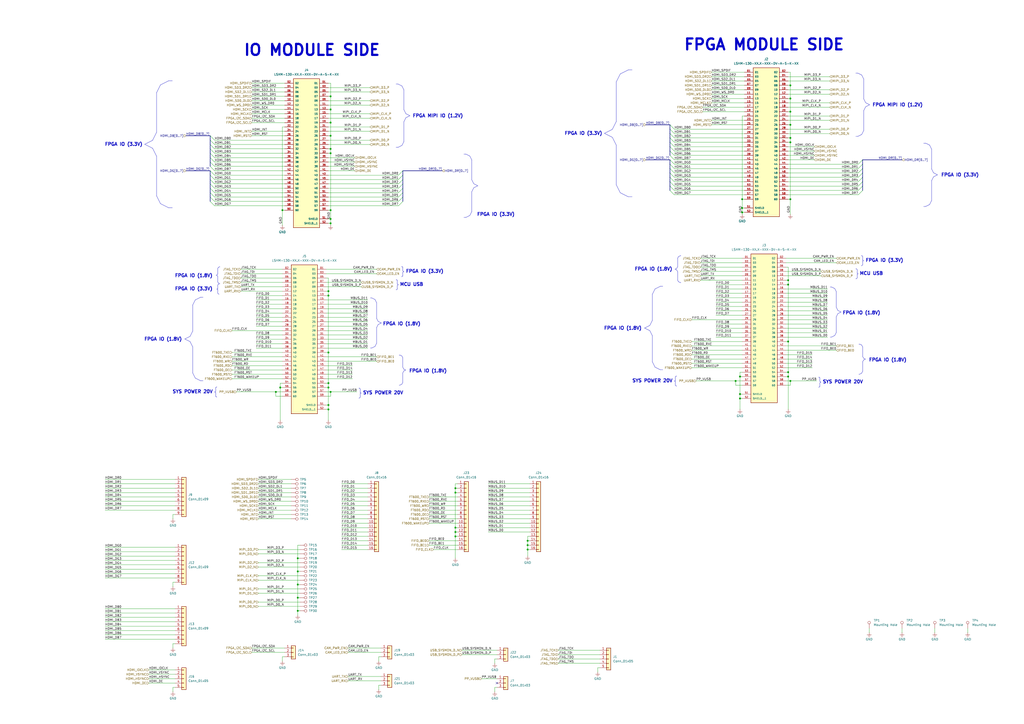
<source format=kicad_sch>
(kicad_sch (version 20231120) (generator "eeschema") (generator_version "8.0")
  (paper "A2")
  (title_block (title "Interposer Debugger") (date "2024-12-07") (rev "1.0") (company "Drexel University") (comment 1 "Designed by John Hofmeyr"))
  (junction (at 458.47 64.77))
  (junction (at 429.26 218.44))
  (junction (at 458.47 82.55))
  (junction (at 160.02 227.33))
  (junction (at 191.77 63.5))
  (junction (at 172.72 346.71))
  (junction (at 190.5 171.45))
  (junction (at 457.2 162.56))
  (junction (at 172.72 331.47))
  (junction (at 457.2 165.1))
  (junction (at 458.47 49.53))
  (junction (at 190.5 204.47))
  (junction (at 172.72 323.85))
  (junction (at 190.5 237.49))
  (junction (at 457.2 198.12))
  (junction (at 191.77 129.54))
  (junction (at 430.53 123.19))
  (junction (at 191.77 71.12))
  (junction (at 306.07 316.23))
  (junction (at 191.77 55.88))
  (junction (at 458.47 57.15))
  (junction (at 191.77 78.74))
  (junction (at 458.47 115.57))
  (junction (at 306.07 313.69))
  (junction (at 190.5 224.79))
  (junction (at 264.16 306.07))
  (junction (at 457.2 215.9))
  (junction (at 190.5 222.25))
  (junction (at 306.07 318.77))
  (junction (at 191.77 227.33))
  (junction (at 191.77 86.36))
  (junction (at 458.47 80.01))
  (junction (at 430.53 120.65))
  (junction (at 172.72 354.33))
  (junction (at 264.16 311.15))
  (junction (at 264.16 283.21))
  (junction (at 162.56 224.79))
  (junction (at 429.26 228.6))
  (junction (at 457.2 218.44))
  (junction (at 264.16 308.61))
  (junction (at 190.5 234.95))
  (junction (at 458.47 72.39))
  (junction (at 163.83 121.92))
  (junction (at 191.77 88.9))
  (junction (at 190.5 168.91))
  (junction (at 458.47 220.98))
  (junction (at 429.26 231.14))
  (junction (at 430.53 115.57))
  (junction (at 264.16 285.75))
  (junction (at 172.72 339.09))
  (junction (at 191.77 121.92))
  (junction (at 426.72 220.98))
  (junction (at 191.77 127))
  (no_connect (at 288.29 396.24))
  (bus_entry (at 121.92 106.68) (size 2.54 2.54))
  (bus_entry (at 388.62 92.71) (size 2.54 2.54))
  (bus_entry (at 121.92 116.84) (size 2.54 2.54))
  (bus_entry (at 388.62 85.09) (size 2.54 2.54))
  (bus_entry (at 121.92 96.52) (size 2.54 2.54))
  (bus_entry (at 388.62 95.25) (size 2.54 2.54))
  (bus_entry (at 388.62 102.87) (size 2.54 2.54))
  (bus_entry (at 388.62 72.39) (size 2.54 2.54))
  (bus_entry (at 121.92 81.28) (size 2.54 2.54))
  (bus_entry (at 500.38 95.25) (size -2.54 2.54))
  (bus_entry (at 233.68 116.84) (size -2.54 2.54))
  (bus_entry (at 500.38 107.95) (size -2.54 2.54))
  (bus_entry (at 121.92 91.44) (size 2.54 2.54))
  (bus_entry (at 233.68 109.22) (size -2.54 2.54))
  (bus_entry (at 121.92 86.36) (size 2.54 2.54))
  (bus_entry (at 121.92 93.98) (size 2.54 2.54))
  (bus_entry (at 233.68 104.14) (size -2.54 2.54))
  (bus_entry (at 388.62 97.79) (size 2.54 2.54))
  (bus_entry (at 388.62 87.63) (size 2.54 2.54))
  (bus_entry (at 388.62 74.93) (size 2.54 2.54))
  (bus_entry (at 388.62 80.01) (size 2.54 2.54))
  (bus_entry (at 388.62 110.49) (size 2.54 2.54))
  (bus_entry (at 121.92 109.22) (size 2.54 2.54))
  (bus_entry (at 233.68 99.06) (size -2.54 2.54))
  (bus_entry (at 388.62 100.33) (size 2.54 2.54))
  (bus_entry (at 388.62 90.17) (size 2.54 2.54))
  (bus_entry (at 500.38 110.49) (size -2.54 2.54))
  (bus_entry (at 233.68 114.3) (size -2.54 2.54))
  (bus_entry (at 233.68 106.68) (size -2.54 2.54))
  (bus_entry (at 121.92 99.06) (size 2.54 2.54))
  (bus_entry (at 121.92 114.3) (size 2.54 2.54))
  (bus_entry (at 121.92 88.9) (size 2.54 2.54))
  (bus_entry (at 233.68 111.76) (size -2.54 2.54))
  (bus_entry (at 233.68 101.6) (size -2.54 2.54))
  (bus_entry (at 500.38 105.41) (size -2.54 2.54))
  (bus_entry (at 500.38 102.87) (size -2.54 2.54))
  (bus_entry (at 500.38 97.79) (size -2.54 2.54))
  (bus_entry (at 500.38 92.71) (size -2.54 2.54))
  (bus_entry (at 121.92 101.6) (size 2.54 2.54))
  (bus_entry (at 500.38 100.33) (size -2.54 2.54))
  (bus_entry (at 388.62 82.55) (size 2.54 2.54))
  (bus_entry (at 121.92 104.14) (size 2.54 2.54))
  (bus_entry (at 388.62 105.41) (size 2.54 2.54))
  (bus_entry (at 121.92 111.76) (size 2.54 2.54))
  (bus_entry (at 121.92 83.82) (size 2.54 2.54))
  (bus_entry (at 388.62 107.95) (size 2.54 2.54))
  (bus_entry (at 388.62 77.47) (size 2.54 2.54))
  (bus_entry (at 121.92 78.74) (size 2.54 2.54))
  (bus (pts (xy 388.62 90.17) (xy 388.62 87.63)))
  (wire (pts (xy 307.34 288.29) (xy 283.21 288.29)))
  (bus (pts (xy 388.62 102.87) (xy 388.62 100.33)))
  (wire (pts (xy 391.16 82.55) (xy 431.8 82.55)))
  (bus (pts (xy 121.92 88.9) (xy 121.92 86.36)))
  (wire (pts (xy 561.34 364.49) (xy 561.34 367.03)))
  (wire (pts (xy 60.96 278.13) (xy 101.6 278.13)))
  (wire (pts (xy 457.2 64.77) (xy 458.47 64.77)))
  (wire (pts (xy 497.84 107.95) (xy 457.2 107.95)))
  (wire (pts (xy 146.05 375.92) (xy 165.1 375.92)))
  (wire (pts (xy 148.59 176.53) (xy 163.83 176.53)))
  (bus (pts (xy 500.38 102.87) (xy 500.38 100.33)))
  (wire (pts (xy 480.06 190.5) (xy 455.93 190.5)))
  (wire (pts (xy 198.12 293.37) (xy 213.36 293.37)))
  (wire (pts (xy 430.53 120.65) (xy 431.8 120.65)))
  (wire (pts (xy 124.46 111.76) (xy 165.1 111.76)))
  (wire (pts (xy 190.5 91.44) (xy 205.74 91.44)))
  (wire (pts (xy 429.26 231.14) (xy 429.26 228.6)))
  (wire (pts (xy 190.5 66.04) (xy 214.63 66.04)))
  (bus (pts (xy 121.92 111.76) (xy 121.92 109.22)))
  (wire (pts (xy 213.36 300.99) (xy 198.12 300.99)))
  (wire (pts (xy 457.2 198.12) (xy 457.2 215.9)))
  (wire (pts (xy 137.16 227.33) (xy 160.02 227.33)))
  (wire (pts (xy 213.36 306.07) (xy 198.12 306.07)))
  (wire (pts (xy 406.4 154.94) (xy 430.53 154.94)))
  (wire (pts (xy 248.92 295.91) (xy 265.43 295.91)))
  (wire (pts (xy 60.96 332.74) (xy 101.6 332.74)))
  (bus (pts (xy 121.92 86.36) (xy 121.92 83.82)))
  (wire (pts (xy 403.86 220.98) (xy 426.72 220.98)))
  (wire (pts (xy 455.93 220.98) (xy 458.47 220.98)))
  (wire (pts (xy 457.2 215.9) (xy 457.2 218.44)))
  (wire (pts (xy 198.12 288.29) (xy 213.36 288.29)))
  (wire (pts (xy 60.96 325.12) (xy 101.6 325.12)))
  (wire (pts (xy 101.6 298.45) (xy 100.33 298.45)))
  (wire (pts (xy 148.59 181.61) (xy 163.83 181.61)))
  (wire (pts (xy 146.05 378.46) (xy 165.1 378.46)))
  (wire (pts (xy 60.96 320.04) (xy 101.6 320.04)))
  (wire (pts (xy 101.6 398.78) (xy 100.33 398.78)))
  (wire (pts (xy 220.98 381) (xy 219.71 381)))
  (bus (pts (xy 107.95 99.06) (xy 121.92 99.06)))
  (wire (pts (xy 198.12 295.91) (xy 213.36 295.91)))
  (wire (pts (xy 412.75 69.85) (xy 431.8 69.85)))
  (wire (pts (xy 323.85 377.19) (xy 347.98 377.19)))
  (wire (pts (xy 504.19 364.49) (xy 504.19 367.03)))
  (wire (pts (xy 455.93 223.52) (xy 458.47 223.52)))
  (bus (pts (xy 121.92 106.68) (xy 121.92 104.14)))
  (wire (pts (xy 163.83 121.92) (xy 165.1 121.92)))
  (wire (pts (xy 231.14 119.38) (xy 190.5 119.38)))
  (wire (pts (xy 101.6 388.62) (xy 86.36 388.62)))
  (wire (pts (xy 288.29 382.27) (xy 287.02 382.27)))
  (wire (pts (xy 86.36 393.7) (xy 101.6 393.7)))
  (wire (pts (xy 163.83 381) (xy 163.83 383.54)))
  (wire (pts (xy 412.75 41.91) (xy 431.8 41.91)))
  (bus (pts (xy 500.38 95.25) (xy 500.38 92.71)))
  (wire (pts (xy 307.34 283.21) (xy 283.21 283.21)))
  (wire (pts (xy 172.72 316.23) (xy 172.72 323.85)))
  (wire (pts (xy 189.23 204.47) (xy 190.5 204.47)))
  (wire (pts (xy 457.2 154.94) (xy 457.2 162.56)))
  (wire (pts (xy 429.26 218.44) (xy 430.53 218.44)))
  (wire (pts (xy 323.85 382.27) (xy 347.98 382.27)))
  (wire (pts (xy 455.93 218.44) (xy 457.2 218.44)))
  (bus (pts (xy 523.24 92.71) (xy 500.38 92.71)))
  (wire (pts (xy 288.29 377.19) (xy 267.97 377.19)))
  (wire (pts (xy 162.56 224.79) (xy 162.56 222.25)))
  (wire (pts (xy 146.05 63.5) (xy 165.1 63.5)))
  (wire (pts (xy 189.23 217.17) (xy 204.47 217.17)))
  (wire (pts (xy 264.16 308.61) (xy 264.16 311.15)))
  (wire (pts (xy 189.23 219.71) (xy 204.47 219.71)))
  (wire (pts (xy 198.12 290.83) (xy 213.36 290.83)))
  (wire (pts (xy 497.84 105.41) (xy 457.2 105.41)))
  (wire (pts (xy 401.32 210.82) (xy 430.53 210.82)))
  (bus (pts (xy 256.54 99.06) (xy 233.68 99.06)))
  (wire (pts (xy 231.14 109.22) (xy 190.5 109.22)))
  (wire (pts (xy 265.43 280.67) (xy 264.16 280.67)))
  (wire (pts (xy 248.92 313.69) (xy 265.43 313.69)))
  (wire (pts (xy 146.05 60.96) (xy 165.1 60.96)))
  (wire (pts (xy 457.2 77.47) (xy 481.33 77.47)))
  (wire (pts (xy 458.47 57.15) (xy 458.47 64.77)))
  (wire (pts (xy 124.46 116.84) (xy 165.1 116.84)))
  (bus (pts (xy 500.38 100.33) (xy 500.38 97.79)))
  (wire (pts (xy 149.86 280.67) (xy 168.91 280.67)))
  (wire (pts (xy 306.07 313.69) (xy 307.34 313.69)))
  (wire (pts (xy 60.96 327.66) (xy 101.6 327.66)))
  (bus (pts (xy 388.62 82.55) (xy 388.62 80.01)))
  (bus (pts (xy 233.68 104.14) (xy 233.68 101.6)))
  (wire (pts (xy 401.32 213.36) (xy 430.53 213.36)))
  (wire (pts (xy 148.59 179.07) (xy 163.83 179.07)))
  (wire (pts (xy 191.77 48.26) (xy 191.77 55.88)))
  (wire (pts (xy 190.5 86.36) (xy 191.77 86.36)))
  (wire (pts (xy 455.93 210.82) (xy 471.17 210.82)))
  (bus (pts (xy 500.38 107.95) (xy 500.38 105.41)))
  (wire (pts (xy 146.05 58.42) (xy 165.1 58.42)))
  (wire (pts (xy 412.75 52.07) (xy 431.8 52.07)))
  (bus (pts (xy 233.68 114.3) (xy 233.68 111.76)))
  (wire (pts (xy 124.46 91.44) (xy 165.1 91.44)))
  (wire (pts (xy 173.99 354.33) (xy 172.72 354.33)))
  (wire (pts (xy 86.36 391.16) (xy 101.6 391.16)))
  (wire (pts (xy 480.06 193.04) (xy 455.93 193.04)))
  (wire (pts (xy 191.77 129.54) (xy 191.77 130.81)))
  (wire (pts (xy 190.5 88.9) (xy 191.77 88.9)))
  (wire (pts (xy 191.77 88.9) (xy 191.77 121.92)))
  (wire (pts (xy 430.53 193.04) (xy 415.29 193.04)))
  (wire (pts (xy 149.86 283.21) (xy 168.91 283.21)))
  (wire (pts (xy 391.16 85.09) (xy 431.8 85.09)))
  (wire (pts (xy 401.32 198.12) (xy 430.53 198.12)))
  (wire (pts (xy 391.16 77.47) (xy 431.8 77.47)))
  (wire (pts (xy 60.96 288.29) (xy 101.6 288.29)))
  (wire (pts (xy 415.29 177.8) (xy 430.53 177.8)))
  (wire (pts (xy 347.98 387.35) (xy 346.71 387.35)))
  (wire (pts (xy 162.56 224.79) (xy 162.56 243.84)))
  (wire (pts (xy 457.2 165.1) (xy 457.2 198.12)))
  (wire (pts (xy 401.32 200.66) (xy 430.53 200.66)))
  (wire (pts (xy 457.2 82.55) (xy 458.47 82.55)))
  (wire (pts (xy 472.44 90.17) (xy 457.2 90.17)))
  (bus (pts (xy 121.92 109.22) (xy 121.92 106.68)))
  (wire (pts (xy 485.14 152.4) (xy 455.93 152.4)))
  (wire (pts (xy 497.84 97.79) (xy 457.2 97.79)))
  (wire (pts (xy 415.29 172.72) (xy 430.53 172.72)))
  (wire (pts (xy 191.77 48.26) (xy 190.5 48.26)))
  (wire (pts (xy 455.93 154.94) (xy 457.2 154.94)))
  (wire (pts (xy 190.5 127) (xy 191.77 127)))
  (bus (pts (xy 233.68 101.6) (xy 233.68 99.06)))
  (wire (pts (xy 191.77 127) (xy 191.77 129.54)))
  (wire (pts (xy 412.75 57.15) (xy 431.8 57.15)))
  (wire (pts (xy 401.32 208.28) (xy 430.53 208.28)))
  (wire (pts (xy 148.59 186.69) (xy 163.83 186.69)))
  (wire (pts (xy 429.26 231.14) (xy 430.53 231.14)))
  (wire (pts (xy 60.96 280.67) (xy 101.6 280.67)))
  (wire (pts (xy 306.07 316.23) (xy 306.07 318.77)))
  (wire (pts (xy 480.06 187.96) (xy 455.93 187.96)))
  (wire (pts (xy 283.21 295.91) (xy 307.34 295.91)))
  (wire (pts (xy 173.99 349.25) (xy 149.86 349.25)))
  (wire (pts (xy 173.99 344.17) (xy 149.86 344.17)))
  (wire (pts (xy 160.02 227.33) (xy 163.83 227.33)))
  (wire (pts (xy 429.26 218.44) (xy 429.26 215.9)))
  (wire (pts (xy 412.75 49.53) (xy 431.8 49.53)))
  (wire (pts (xy 190.5 168.91) (xy 190.5 171.45)))
  (wire (pts (xy 480.06 195.58) (xy 455.93 195.58)))
  (wire (pts (xy 323.85 384.81) (xy 347.98 384.81)))
  (wire (pts (xy 457.2 49.53) (xy 458.47 49.53)))
  (wire (pts (xy 189.23 181.61) (xy 213.36 181.61)))
  (wire (pts (xy 346.71 387.35) (xy 346.71 389.89)))
  (wire (pts (xy 149.86 298.45) (xy 168.91 298.45)))
  (wire (pts (xy 146.05 78.74) (xy 165.1 78.74)))
  (bus (pts (xy 388.62 77.47) (xy 388.62 74.93)))
  (wire (pts (xy 213.36 311.15) (xy 198.12 311.15)))
  (wire (pts (xy 190.5 83.82) (xy 214.63 83.82)))
  (wire (pts (xy 457.2 72.39) (xy 458.47 72.39)))
  (wire (pts (xy 60.96 355.6) (xy 101.6 355.6)))
  (wire (pts (xy 231.14 104.14) (xy 190.5 104.14)))
  (wire (pts (xy 189.23 224.79) (xy 190.5 224.79)))
  (wire (pts (xy 391.16 100.33) (xy 431.8 100.33)))
  (wire (pts (xy 148.59 173.99) (xy 163.83 173.99)))
  (wire (pts (xy 430.53 123.19) (xy 430.53 124.46)))
  (wire (pts (xy 189.23 161.29) (xy 190.5 161.29)))
  (wire (pts (xy 213.36 318.77) (xy 198.12 318.77)))
  (wire (pts (xy 190.5 71.12) (xy 191.77 71.12)))
  (wire (pts (xy 412.75 72.39) (xy 431.8 72.39)))
  (wire (pts (xy 213.36 196.85) (xy 189.23 196.85)))
  (wire (pts (xy 60.96 353.06) (xy 101.6 353.06)))
  (wire (pts (xy 191.77 121.92) (xy 191.77 127)))
  (wire (pts (xy 306.07 313.69) (xy 306.07 316.23)))
  (wire (pts (xy 306.07 318.77) (xy 306.07 322.58)))
  (wire (pts (xy 86.36 396.24) (xy 101.6 396.24)))
  (wire (pts (xy 213.36 191.77) (xy 189.23 191.77)))
  (wire (pts (xy 213.36 189.23) (xy 189.23 189.23)))
  (wire (pts (xy 406.4 160.02) (xy 430.53 160.02)))
  (wire (pts (xy 191.77 229.87) (xy 191.77 227.33)))
  (wire (pts (xy 163.83 199.39) (xy 148.59 199.39)))
  (wire (pts (xy 173.99 336.55) (xy 149.86 336.55)))
  (wire (pts (xy 189.23 168.91) (xy 190.5 168.91)))
  (wire (pts (xy 198.12 283.21) (xy 213.36 283.21)))
  (wire (pts (xy 412.75 59.69) (xy 431.8 59.69)))
  (wire (pts (xy 455.93 175.26) (xy 480.06 175.26)))
  (wire (pts (xy 198.12 298.45) (xy 213.36 298.45)))
  (wire (pts (xy 189.23 212.09) (xy 204.47 212.09)))
  (wire (pts (xy 60.96 295.91) (xy 101.6 295.91)))
  (wire (pts (xy 60.96 283.21) (xy 101.6 283.21)))
  (wire (pts (xy 124.46 99.06) (xy 165.1 99.06)))
  (wire (pts (xy 173.99 323.85) (xy 172.72 323.85)))
  (wire (pts (xy 146.05 66.04) (xy 165.1 66.04)))
  (wire (pts (xy 163.83 212.09) (xy 134.62 212.09)))
  (wire (pts (xy 248.92 290.83) (xy 265.43 290.83)))
  (wire (pts (xy 148.59 171.45) (xy 163.83 171.45)))
  (wire (pts (xy 189.23 234.95) (xy 190.5 234.95)))
  (wire (pts (xy 213.36 186.69) (xy 189.23 186.69)))
  (wire (pts (xy 190.5 171.45) (xy 190.5 204.47)))
  (wire (pts (xy 213.36 199.39) (xy 189.23 199.39)))
  (wire (pts (xy 213.36 303.53) (xy 198.12 303.53)))
  (wire (pts (xy 190.5 81.28) (xy 214.63 81.28)))
  (wire (pts (xy 191.77 227.33) (xy 207.01 227.33)))
  (wire (pts (xy 391.16 87.63) (xy 431.8 87.63)))
  (wire (pts (xy 485.14 203.2) (xy 455.93 203.2)))
  (wire (pts (xy 497.84 113.03) (xy 457.2 113.03)))
  (wire (pts (xy 190.5 55.88) (xy 191.77 55.88)))
  (wire (pts (xy 189.23 237.49) (xy 190.5 237.49)))
  (wire (pts (xy 205.74 99.06) (xy 190.5 99.06)))
  (wire (pts (xy 134.62 191.77) (xy 163.83 191.77)))
  (wire (pts (xy 391.16 113.03) (xy 431.8 113.03)))
  (wire (pts (xy 287.02 382.27) (xy 287.02 384.81)))
  (wire (pts (xy 134.62 204.47) (xy 163.83 204.47)))
  (wire (pts (xy 458.47 72.39) (xy 458.47 80.01)))
  (wire (pts (xy 190.5 60.96) (xy 214.63 60.96)))
  (bus (pts (xy 107.95 78.74) (xy 121.92 78.74)))
  (wire (pts (xy 134.62 219.71) (xy 163.83 219.71)))
  (wire (pts (xy 149.86 293.37) (xy 168.91 293.37)))
  (wire (pts (xy 139.7 168.91) (xy 163.83 168.91)))
  (wire (pts (xy 213.36 313.69) (xy 198.12 313.69)))
  (wire (pts (xy 220.98 397.51) (xy 219.71 397.51)))
  (wire (pts (xy 189.23 166.37) (xy 209.55 166.37)))
  (wire (pts (xy 455.93 162.56) (xy 457.2 162.56)))
  (wire (pts (xy 391.16 92.71) (xy 431.8 92.71)))
  (wire (pts (xy 190.5 222.25) (xy 190.5 224.79)))
  (wire (pts (xy 458.47 80.01) (xy 458.47 82.55)))
  (wire (pts (xy 189.23 163.83) (xy 209.55 163.83)))
  (wire (pts (xy 430.53 205.74) (xy 401.32 205.74)))
  (wire (pts (xy 306.07 316.23) (xy 307.34 316.23)))
  (wire (pts (xy 430.53 67.31) (xy 430.53 115.57)))
  (wire (pts (xy 407.67 62.23) (xy 431.8 62.23)))
  (wire (pts (xy 189.23 171.45) (xy 190.5 171.45)))
  (wire (pts (xy 430.53 190.5) (xy 415.29 190.5)))
  (bus (pts (xy 500.38 110.49) (xy 500.38 107.95)))
  (wire (pts (xy 288.29 379.73) (xy 267.97 379.73)))
  (wire (pts (xy 406.4 162.56) (xy 430.53 162.56)))
  (wire (pts (xy 288.29 398.78) (xy 287.02 398.78)))
  (wire (pts (xy 231.14 116.84) (xy 190.5 116.84)))
  (wire (pts (xy 430.53 67.31) (xy 431.8 67.31)))
  (wire (pts (xy 124.46 104.14) (xy 165.1 104.14)))
  (wire (pts (xy 412.75 44.45) (xy 431.8 44.45)))
  (bus (pts (xy 121.92 91.44) (xy 121.92 88.9)))
  (wire (pts (xy 173.99 328.93) (xy 149.86 328.93)))
  (wire (pts (xy 191.77 55.88) (xy 191.77 63.5)))
  (wire (pts (xy 60.96 368.3) (xy 101.6 368.3)))
  (wire (pts (xy 430.53 115.57) (xy 431.8 115.57)))
  (wire (pts (xy 231.14 114.3) (xy 190.5 114.3)))
  (wire (pts (xy 457.2 85.09) (xy 472.44 85.09)))
  (wire (pts (xy 101.6 373.38) (xy 100.33 373.38)))
  (wire (pts (xy 124.46 96.52) (xy 165.1 96.52)))
  (wire (pts (xy 191.77 86.36) (xy 191.77 88.9)))
  (wire (pts (xy 407.67 64.77) (xy 431.8 64.77)))
  (wire (pts (xy 455.93 205.74) (xy 471.17 205.74)))
  (wire (pts (xy 134.62 207.01) (xy 163.83 207.01)))
  (wire (pts (xy 458.47 223.52) (xy 458.47 220.98)))
  (wire (pts (xy 190.5 76.2) (xy 214.63 76.2)))
  (wire (pts (xy 173.99 331.47) (xy 172.72 331.47)))
  (wire (pts (xy 264.16 308.61) (xy 265.43 308.61)))
  (wire (pts (xy 173.99 339.09) (xy 172.72 339.09)))
  (wire (pts (xy 248.92 298.45) (xy 265.43 298.45)))
  (wire (pts (xy 198.12 280.67) (xy 213.36 280.67)))
  (wire (pts (xy 172.72 339.09) (xy 172.72 346.71)))
  (wire (pts (xy 146.05 68.58) (xy 165.1 68.58)))
  (wire (pts (xy 323.85 379.73) (xy 347.98 379.73)))
  (wire (pts (xy 248.92 316.23) (xy 265.43 316.23)))
  (wire (pts (xy 146.05 53.34) (xy 165.1 53.34)))
  (wire (pts (xy 307.34 311.15) (xy 306.07 311.15)))
  (wire (pts (xy 218.44 158.75) (xy 189.23 158.75)))
  (wire (pts (xy 248.92 300.99) (xy 265.43 300.99)))
  (wire (pts (xy 60.96 365.76) (xy 101.6 365.76)))
  (wire (pts (xy 429.26 228.6) (xy 429.26 218.44)))
  (wire (pts (xy 283.21 303.53) (xy 307.34 303.53)))
  (wire (pts (xy 458.47 220.98) (xy 473.71 220.98)))
  (wire (pts (xy 60.96 335.28) (xy 101.6 335.28)))
  (wire (pts (xy 191.77 78.74) (xy 191.77 86.36)))
  (wire (pts (xy 60.96 363.22) (xy 101.6 363.22)))
  (wire (pts (xy 190.5 78.74) (xy 191.77 78.74)))
  (wire (pts (xy 60.96 285.75) (xy 101.6 285.75)))
  (wire (pts (xy 426.72 223.52) (xy 430.53 223.52)))
  (wire (pts (xy 485.14 149.86) (xy 455.93 149.86)))
  (wire (pts (xy 426.72 220.98) (xy 430.53 220.98)))
  (wire (pts (xy 201.93 392.43) (xy 220.98 392.43)))
  (wire (pts (xy 148.59 189.23) (xy 163.83 189.23)))
  (wire (pts (xy 430.53 195.58) (xy 415.29 195.58)))
  (wire (pts (xy 173.99 346.71) (xy 172.72 346.71)))
  (wire (pts (xy 455.93 172.72) (xy 480.06 172.72)))
  (wire (pts (xy 480.06 185.42) (xy 455.93 185.42)))
  (wire (pts (xy 190.5 161.29) (xy 190.5 168.91)))
  (wire (pts (xy 149.86 285.75) (xy 168.91 285.75)))
  (wire (pts (xy 173.99 351.79) (xy 149.86 351.79)))
  (wire (pts (xy 415.29 165.1) (xy 430.53 165.1)))
  (wire (pts (xy 391.16 110.49) (xy 431.8 110.49)))
  (wire (pts (xy 283.21 298.45) (xy 307.34 298.45)))
  (wire (pts (xy 391.16 74.93) (xy 431.8 74.93)))
  (wire (pts (xy 430.53 187.96) (xy 415.29 187.96)))
  (wire (pts (xy 480.06 180.34) (xy 455.93 180.34)))
  (bus (pts (xy 388.62 105.41) (xy 388.62 102.87)))
  (bus (pts (xy 233.68 116.84) (xy 233.68 114.3)))
  (wire (pts (xy 283.21 300.99) (xy 307.34 300.99)))
  (wire (pts (xy 163.83 196.85) (xy 148.59 196.85)))
  (wire (pts (xy 124.46 114.3) (xy 165.1 114.3)))
  (wire (pts (xy 146.05 48.26) (xy 165.1 48.26)))
  (wire (pts (xy 201.93 375.92) (xy 220.98 375.92)))
  (wire (pts (xy 231.14 111.76) (xy 190.5 111.76)))
  (wire (pts (xy 198.12 285.75) (xy 213.36 285.75)))
  (wire (pts (xy 213.36 184.15) (xy 189.23 184.15)))
  (bus (pts (xy 121.92 96.52) (xy 121.92 93.98)))
  (wire (pts (xy 60.96 360.68) (xy 101.6 360.68)))
  (wire (pts (xy 497.84 110.49) (xy 457.2 110.49)))
  (bus (pts (xy 374.65 92.71) (xy 388.62 92.71)))
  (wire (pts (xy 430.53 123.19) (xy 431.8 123.19)))
  (wire (pts (xy 190.5 237.49) (xy 190.5 243.84)))
  (wire (pts (xy 265.43 306.07) (xy 264.16 306.07)))
  (wire (pts (xy 100.33 373.38) (xy 100.33 375.92)))
  (wire (pts (xy 146.05 50.8) (xy 165.1 50.8)))
  (wire (pts (xy 191.77 63.5) (xy 191.77 71.12)))
  (wire (pts (xy 430.53 203.2) (xy 401.32 203.2)))
  (wire (pts (xy 190.5 63.5) (xy 191.77 63.5)))
  (wire (pts (xy 455.93 198.12) (xy 457.2 198.12)))
  (wire (pts (xy 190.5 234.95) (xy 190.5 237.49)))
  (wire (pts (xy 205.74 96.52) (xy 190.5 96.52)))
  (bus (pts (xy 388.62 74.93) (xy 388.62 72.39)))
  (wire (pts (xy 190.5 68.58) (xy 214.63 68.58)))
  (wire (pts (xy 472.44 92.71) (xy 457.2 92.71)))
  (wire (pts (xy 146.05 71.12) (xy 165.1 71.12)))
  (wire (pts (xy 100.33 398.78) (xy 100.33 401.32)))
  (wire (pts (xy 412.75 54.61) (xy 431.8 54.61)))
  (wire (pts (xy 455.93 157.48) (xy 476.25 157.48)))
  (wire (pts (xy 415.29 175.26) (xy 430.53 175.26)))
  (wire (pts (xy 162.56 224.79) (xy 163.83 224.79)))
  (wire (pts (xy 124.46 86.36) (xy 165.1 86.36)))
  (bus (pts (xy 388.62 107.95) (xy 388.62 105.41)))
  (wire (pts (xy 163.83 73.66) (xy 163.83 121.92)))
  (wire (pts (xy 146.05 76.2) (xy 165.1 76.2)))
  (wire (pts (xy 458.47 64.77) (xy 458.47 72.39)))
  (wire (pts (xy 264.16 283.21) (xy 264.16 285.75)))
  (wire (pts (xy 189.23 179.07) (xy 213.36 179.07)))
  (bus (pts (xy 233.68 106.68) (xy 233.68 104.14)))
  (wire (pts (xy 457.2 218.44) (xy 457.2 237.49)))
  (bus (pts (xy 388.62 110.49) (xy 388.62 107.95)))
  (wire (pts (xy 100.33 298.45) (xy 100.33 300.99)))
  (wire (pts (xy 165.1 381) (xy 163.83 381)))
  (wire (pts (xy 455.93 160.02) (xy 476.25 160.02)))
  (bus (pts (xy 500.38 105.41) (xy 500.38 102.87)))
  (wire (pts (xy 391.16 105.41) (xy 431.8 105.41)))
  (wire (pts (xy 391.16 97.79) (xy 431.8 97.79)))
  (wire (pts (xy 190.5 58.42) (xy 214.63 58.42)))
  (wire (pts (xy 283.21 290.83) (xy 307.34 290.83)))
  (wire (pts (xy 458.47 41.91) (xy 458.47 49.53)))
  (wire (pts (xy 248.92 288.29) (xy 265.43 288.29)))
  (wire (pts (xy 457.2 69.85) (xy 481.33 69.85)))
  (wire (pts (xy 415.29 167.64) (xy 430.53 167.64)))
  (wire (pts (xy 134.62 214.63) (xy 163.83 214.63)))
  (wire (pts (xy 457.2 115.57) (xy 458.47 115.57)))
  (wire (pts (xy 412.75 46.99) (xy 431.8 46.99)))
  (wire (pts (xy 264.16 280.67) (xy 264.16 283.21)))
  (wire (pts (xy 173.99 321.31) (xy 149.86 321.31)))
  (wire (pts (xy 457.2 54.61) (xy 481.33 54.61)))
  (wire (pts (xy 101.6 337.82) (xy 100.33 337.82)))
  (wire (pts (xy 124.46 83.82) (xy 165.1 83.82)))
  (wire (pts (xy 457.2 62.23) (xy 481.33 62.23)))
  (wire (pts (xy 306.07 318.77) (xy 307.34 318.77)))
  (wire (pts (xy 429.26 231.14) (xy 429.26 237.49)))
  (wire (pts (xy 163.83 209.55) (xy 134.62 209.55)))
  (wire (pts (xy 485.14 200.66) (xy 455.93 200.66)))
  (bus (pts (xy 121.92 83.82) (xy 121.92 81.28)))
  (wire (pts (xy 163.83 201.93) (xy 148.59 201.93)))
  (wire (pts (xy 146.05 55.88) (xy 165.1 55.88)))
  (wire (pts (xy 231.14 101.6) (xy 190.5 101.6)))
  (wire (pts (xy 307.34 285.75) (xy 283.21 285.75)))
  (wire (pts (xy 149.86 300.99) (xy 168.91 300.99)))
  (wire (pts (xy 163.83 73.66) (xy 165.1 73.66)))
  (wire (pts (xy 458.47 49.53) (xy 458.47 57.15)))
  (wire (pts (xy 213.36 194.31) (xy 189.23 194.31)))
  (wire (pts (xy 455.93 213.36) (xy 471.17 213.36)))
  (wire (pts (xy 458.47 82.55) (xy 458.47 115.57)))
  (bus (pts (xy 388.62 87.63) (xy 388.62 85.09)))
  (wire (pts (xy 172.72 354.33) (xy 172.72 356.87)))
  (wire (pts (xy 248.92 303.53) (xy 265.43 303.53)))
  (wire (pts (xy 406.4 149.86) (xy 430.53 149.86)))
  (wire (pts (xy 406.4 157.48) (xy 430.53 157.48)))
  (wire (pts (xy 60.96 370.84) (xy 101.6 370.84)))
  (wire (pts (xy 415.29 180.34) (xy 430.53 180.34)))
  (wire (pts (xy 213.36 308.61) (xy 198.12 308.61)))
  (wire (pts (xy 457.2 162.56) (xy 457.2 165.1)))
  (wire (pts (xy 457.2 57.15) (xy 458.47 57.15)))
  (wire (pts (xy 190.5 121.92) (xy 191.77 121.92)))
  (wire (pts (xy 60.96 317.5) (xy 101.6 317.5)))
  (wire (pts (xy 457.2 67.31) (xy 481.33 67.31)))
  (wire (pts (xy 149.86 290.83) (xy 168.91 290.83)))
  (bus (pts (xy 233.68 109.22) (xy 233.68 106.68)))
  (wire (pts (xy 391.16 107.95) (xy 431.8 107.95)))
  (wire (pts (xy 189.23 227.33) (xy 191.77 227.33)))
  (wire (pts (xy 218.44 209.55) (xy 189.23 209.55)))
  (bus (pts (xy 500.38 97.79) (xy 500.38 95.25)))
  (bus (pts (xy 121.92 104.14) (xy 121.92 101.6)))
  (wire (pts (xy 457.2 74.93) (xy 481.33 74.93)))
  (bus (pts (xy 388.62 85.09) (xy 388.62 82.55)))
  (wire (pts (xy 455.93 208.28) (xy 471.17 208.28)))
  (wire (pts (xy 173.99 334.01) (xy 149.86 334.01)))
  (wire (pts (xy 190.5 50.8) (xy 214.63 50.8)))
  (wire (pts (xy 60.96 322.58) (xy 101.6 322.58)))
  (wire (pts (xy 264.16 311.15) (xy 264.16 323.85)))
  (wire (pts (xy 173.99 316.23) (xy 172.72 316.23)))
  (wire (pts (xy 124.46 119.38) (xy 165.1 119.38)))
  (wire (pts (xy 190.5 73.66) (xy 214.63 73.66)))
  (wire (pts (xy 279.4 393.7) (xy 288.29 393.7)))
  (wire (pts (xy 497.84 100.33) (xy 457.2 100.33)))
  (wire (pts (xy 429.26 228.6) (xy 430.53 228.6)))
  (wire (pts (xy 173.99 326.39) (xy 149.86 326.39)))
  (wire (pts (xy 213.36 316.23) (xy 198.12 316.23)))
  (wire (pts (xy 218.44 207.01) (xy 189.23 207.01)))
  (wire (pts (xy 287.02 398.78) (xy 287.02 401.32)))
  (bus (pts (xy 388.62 97.79) (xy 388.62 95.25)))
  (wire (pts (xy 480.06 177.8) (xy 455.93 177.8)))
  (wire (pts (xy 455.93 167.64) (xy 480.06 167.64)))
  (wire (pts (xy 307.34 280.67) (xy 283.21 280.67)))
  (wire (pts (xy 283.21 293.37) (xy 307.34 293.37)))
  (wire (pts (xy 391.16 80.01) (xy 431.8 80.01)))
  (wire (pts (xy 124.46 101.6) (xy 165.1 101.6)))
  (wire (pts (xy 430.53 115.57) (xy 430.53 120.65)))
  (bus (pts (xy 121.92 116.84) (xy 121.92 114.3)))
  (wire (pts (xy 218.44 156.21) (xy 189.23 156.21)))
  (wire (pts (xy 458.47 115.57) (xy 458.47 124.46)))
  (wire (pts (xy 189.23 229.87) (xy 191.77 229.87)))
  (wire (pts (xy 124.46 81.28) (xy 165.1 81.28)))
  (wire (pts (xy 523.24 364.49) (xy 523.24 367.03)))
  (wire (pts (xy 472.44 87.63) (xy 457.2 87.63)))
  (bus (pts (xy 374.65 72.39) (xy 388.62 72.39)))
  (wire (pts (xy 139.7 166.37) (xy 163.83 166.37)))
  (wire (pts (xy 205.74 93.98) (xy 190.5 93.98)))
  (wire (pts (xy 264.16 285.75) (xy 265.43 285.75)))
  (wire (pts (xy 124.46 93.98) (xy 165.1 93.98)))
  (wire (pts (xy 401.32 185.42) (xy 430.53 185.42)))
  (wire (pts (xy 189.23 222.25) (xy 190.5 222.25)))
  (wire (pts (xy 139.7 156.21) (xy 163.83 156.21)))
  (wire (pts (xy 189.23 173.99) (xy 213.36 173.99)))
  (bus (pts (xy 121.92 93.98) (xy 121.92 91.44)))
  (wire (pts (xy 190.5 204.47) (xy 190.5 222.25)))
  (wire (pts (xy 201.93 378.46) (xy 220.98 378.46)))
  (bus (pts (xy 121.92 81.28) (xy 121.92 78.74)))
  (wire (pts (xy 264.16 311.15) (xy 265.43 311.15)))
  (wire (pts (xy 497.84 102.87) (xy 457.2 102.87)))
  (bus (pts (xy 388.62 100.33) (xy 388.62 97.79)))
  (wire (pts (xy 190.5 224.79) (xy 190.5 234.95)))
  (wire (pts (xy 139.7 161.29) (xy 163.83 161.29)))
  (wire (pts (xy 457.2 44.45) (xy 481.33 44.45)))
  (wire (pts (xy 264.16 283.21) (xy 265.43 283.21)))
  (wire (pts (xy 124.46 106.68) (xy 165.1 106.68)))
  (wire (pts (xy 426.72 223.52) (xy 426.72 220.98)))
  (wire (pts (xy 160.02 229.87) (xy 160.02 227.33)))
  (wire (pts (xy 430.53 120.65) (xy 430.53 123.19)))
  (wire (pts (xy 415.29 170.18) (xy 430.53 170.18)))
  (wire (pts (xy 283.21 308.61) (xy 307.34 308.61)))
  (bus (pts (xy 121.92 101.6) (xy 121.92 99.06)))
  (wire (pts (xy 190.5 129.54) (xy 191.77 129.54)))
  (wire (pts (xy 391.16 90.17) (xy 431.8 90.17)))
  (wire (pts (xy 149.86 295.91) (xy 168.91 295.91)))
  (wire (pts (xy 134.62 217.17) (xy 163.83 217.17)))
  (wire (pts (xy 163.83 194.31) (xy 148.59 194.31)))
  (wire (pts (xy 173.99 318.77) (xy 149.86 318.77)))
  (wire (pts (xy 160.02 229.87) (xy 163.83 229.87)))
  (bus (pts (xy 121.92 114.3) (xy 121.92 111.76)))
  (wire (pts (xy 172.72 346.71) (xy 172.72 354.33)))
  (wire (pts (xy 283.21 306.07) (xy 307.34 306.07)))
  (wire (pts (xy 455.93 165.1) (xy 457.2 165.1)))
  (wire (pts (xy 201.93 394.97) (xy 220.98 394.97)))
  (wire (pts (xy 306.07 311.15) (xy 306.07 313.69)))
  (wire (pts (xy 219.71 381) (xy 219.71 383.54)))
  (wire (pts (xy 189.23 214.63) (xy 204.47 214.63)))
  (wire (pts (xy 172.72 323.85) (xy 172.72 331.47)))
  (wire (pts (xy 191.77 71.12) (xy 191.77 78.74)))
  (wire (pts (xy 124.46 88.9) (xy 165.1 88.9)))
  (wire (pts (xy 480.06 182.88) (xy 455.93 182.88)))
  (bus (pts (xy 388.62 95.25) (xy 388.62 92.71)))
  (bus (pts (xy 233.68 111.76) (xy 233.68 109.22)))
  (wire (pts (xy 497.84 95.25) (xy 457.2 95.25)))
  (wire (pts (xy 264.16 285.75) (xy 264.16 306.07)))
  (wire (pts (xy 190.5 53.34) (xy 214.63 53.34)))
  (wire (pts (xy 148.59 184.15) (xy 163.83 184.15)))
  (wire (pts (xy 231.14 106.68) (xy 190.5 106.68)))
  (wire (pts (xy 406.4 152.4) (xy 430.53 152.4)))
  (wire (pts (xy 457.2 52.07) (xy 481.33 52.07)))
  (wire (pts (xy 457.2 59.69) (xy 481.33 59.69)))
  (wire (pts (xy 264.16 306.07) (xy 264.16 308.61)))
  (wire (pts (xy 415.29 182.88) (xy 430.53 182.88)))
  (wire (pts (xy 455.93 215.9) (xy 457.2 215.9)))
  (wire (pts (xy 248.92 293.37) (xy 265.43 293.37)))
  (wire (pts (xy 163.83 121.92) (xy 163.83 130.81)))
  (wire (pts (xy 149.86 278.13) (xy 168.91 278.13)))
  (wire (pts (xy 149.86 288.29) (xy 168.91 288.29)))
  (wire (pts (xy 457.2 46.99) (xy 481.33 46.99)))
  (wire (pts (xy 139.7 163.83) (xy 163.83 163.83)))
  (wire (pts (xy 60.96 293.37) (xy 101.6 293.37)))
  (wire (pts (xy 60.96 358.14) (xy 101.6 358.14)))
  (wire (pts (xy 391.16 102.87) (xy 431.8 102.87)))
  (wire (pts (xy 60.96 290.83) (xy 101.6 290.83)))
  (bus (pts (xy 388.62 80.01) (xy 388.62 77.47)))
  (wire (pts (xy 139.7 158.75) (xy 163.83 158.75)))
  (wire (pts (xy 219.71 397.51) (xy 219.71 400.05)))
  (wire (pts (xy 213.36 201.93) (xy 189.23 201.93)))
  (wire (pts (xy 162.56 222.25) (xy 163.83 222.25)))
  (wire (pts (xy 189.23 176.53) (xy 213.36 176.53)))
  (wire (pts (xy 542.29 364.49) (xy 542.29 367.03)))
  (wire (pts (xy 100.33 337.82) (xy 100.33 340.36)))
  (wire (pts (xy 251.46 318.77) (xy 265.43 318.77)))
  (wire (pts (xy 458.47 41.91) (xy 457.2 41.91)))
  (wire (pts (xy 455.93 170.18) (xy 480.06 170.18)))
  (wire (pts (xy 457.2 80.01) (xy 458.47 80.01)))
  (wire (pts (xy 391.16 95.25) (xy 431.8 95.25)))
  (wire (pts (xy 429.26 215.9) (xy 430.53 215.9)))
  (wire (pts (xy 60.96 330.2) (xy 101.6 330.2)))
  (wire (pts (xy 172.72 331.47) (xy 172.72 339.09)))
  (wire (pts (xy 173.99 341.63) (xy 149.86 341.63)))
  (wire (pts (xy 124.46 109.22) (xy 165.1 109.22)))
  (text "FPGA IO (3.3V)" (at 338.455 77.47 0) (effects (font (size 1.905 1.905) (bold yes))))
  (text "SYS POWER 20V" (at 488.95 221.615 0) (effects (font (size 1.905 1.905) (bold yes))))
  (text "FPGA MIPI IO (1.2V)" (at 254 67.31 0) (effects (font (size 1.905 1.905) (bold yes))))
  (text "}" (at 500.38 151.13 0) (effects (font (size 3.81 3.81))))
  (text "FPGA IO (1.8V)" (at 379.095 156.21 0) (effects (font (size 1.905 1.905) (bold yes))))
  (text "SYS POWER 20V" (at 111.76 227.33 0) (effects (font (size 1.905 1.905) (bold yes))))
  (text "MCU USB" (at 238.76 165.1 0) (effects (font (size 1.905 1.905) (bold yes))))
  (text "{\n" (at 357.505 73.66 0) (effects (font (size 48.26 48.26))))
  (text "FPGA IO (3.3V)" (at 246.38 157.48 0) (effects (font (size 1.905 1.905) (bold yes))))
  (text "}" (at 273.685 106.045 0) (effects (font (size 24.13 24.13))))
  (text "}" (at 485.14 179.705 0) (effects (font (size 19.05 19.05))))
  (text "FPGA IO (1.8V)" (at 499.745 181.61 0) (effects (font (size 1.905 1.905) (bold yes))))
  (text "}" (at 500.38 207.645 0) (effects (font (size 11.43 11.43))))
  (text "SYS POWER 20V" (at 222.25 227.965 0) (effects (font (size 1.905 1.905) (bold yes))))
  (text "{\n" (at 90.805 80.01 0) (effects (font (size 48.26 48.26))))
  (text "FPGA IO (1.8V)" (at 233.045 187.96 0) (effects (font (size 1.905 1.905) (bold yes))))
  (text "IO MODULE SIDE" (at 180.975 29.21 0) (effects (font (size 6.35 6.35) (thickness 1.27) (bold yes))))
  (text "FPGA IO (3.3V)" (at 287.655 124.46 0) (effects (font (size 1.905 1.905) (bold yes))))
  (text "FPGA IO (3.3V)" (at 112.395 167.64 0) (effects (font (size 1.905 1.905) (bold yes))))
  (text "{\n" (at 111.76 194.31 0) (effects (font (size 31.75 31.75))))
  (text "FPGA IO (3.3V)" (at 71.755 83.82 0) (effects (font (size 1.905 1.905) (bold yes))))
  (text "{\n" (at 393.065 155.575 0) (effects (font (size 10.16 10.16))))
  (text "{" (at 125.095 227.33 0) (effects (font (size 3.81 3.81))))
  (text "FPGA IO (1.8V)" (at 514.985 208.915 0) (effects (font (size 1.905 1.905) (bold yes))))
  (text "}" (at 501.015 59.055 0) (effects (font (size 24.13 24.13))))
  (text "FPGA IO (1.8V)" (at 361.315 190.5 0) (effects (font (size 1.905 1.905) (bold yes))))
  (text "FPGA MODULE SIDE" (at 443.23 26.035 0) (effects (font (size 6.35 6.35) (thickness 1.27) (bold yes))))
  (text "FPGA IO (1.8V)" (at 248.285 215.265 0) (effects (font (size 1.905 1.905) (bold yes))))
  (text "FPGA IO (1.8V)" (at 94.615 196.85 0) (effects (font (size 1.905 1.905) (bold yes))))
  (text "}" (at 497.205 158.75 0) (effects (font (size 3.81 3.81))))
  (text "}" (at 540.385 99.695 0) (effects (font (size 24.13 24.13))))
  (text "}" (at 208.915 227.965 0) (effects (font (size 3.81 3.81))))
  (text "}" (at 233.68 157.48 0) (effects (font (size 3.81 3.81))))
  (text "}" (at 233.68 213.995 0) (effects (font (size 11.43 11.43))))
  (text "}" (at 218.44 186.055 0) (effects (font (size 19.05 19.05))))
  (text "}" (at 475.615 221.615 0) (effects (font (size 3.81 3.81))))
  (text "{\n" (at 126.365 159.385 0) (effects (font (size 6.35 6.35))))
  (text "MCU USB" (at 505.46 158.75 0) (effects (font (size 1.905 1.905) (bold yes))))
  (text "{\n" (at 126.365 167.64 0) (effects (font (size 3.81 3.81))))
  (text "FPGA IO (1.8V)" (at 112.395 160.02 0) (effects (font (size 1.905 1.905) (bold yes))))
  (text "{\n" (at 378.46 187.96 0) (effects (font (size 31.75 31.75))))
  (text "SYS POWER 20V" (at 378.46 220.98 0) (effects (font (size 1.905 1.905) (bold yes))))
  (text "{" (at 391.795 220.98 0) (effects (font (size 3.81 3.81))))
  (text "FPGA IO (3.3V)" (at 513.08 151.13 0) (effects (font (size 1.905 1.905) (bold yes))))
  (text "FPGA IO (3.3V)" (at 556.895 101.6 0) (effects (font (size 1.905 1.905) (bold yes))))
  (text "}" (at 234.315 65.405 0) (effects (font (size 24.13 24.13))))
  (text "FPGA MIPI IO (1.2V)" (at 520.7 60.96 0) (effects (font (size 1.905 1.905) (bold yes))))
  (text "}" (at 230.505 165.1 0) (effects (font (size 3.81 3.81))))
  (label "FIFO_D15" (at 198.12 318.77 0))
  (label "FIFO_D3" (at 198.12 288.29 0))
  (label "PP_VUSB" (at 473.71 220.98 180))
  (label "FIFO_D13" (at 471.17 210.82 180))
  (label "FIFO_D8" (at 415.29 187.96 0))
  (label "JTAG_TDI" (at 323.85 379.73 0))
  (label "CAM_PWR_EN" (at 201.93 375.92 0))
  (label "FT600_WAKEUP" (at 135.89 219.71 0))
  (label "HDMI_SPDIF" (at 412.75 41.91 0))
  (label "HDMI_DG1" (at 391.16 97.79 0))
  (label "CAM_PWR_EN" (at 483.87 149.86 180))
  (label "HDMI_VSYNC" (at 472.44 87.63 180))
  (label "HDMI_DB0" (at 124.46 81.28 0))
  (label "HDMI_DB1" (at 391.16 77.47 0))
  (label "HDMI_SD0_DL0" (at 149.86 288.29 0))
  (label "HDMI_MCLK" (at 146.05 66.04 0))
  (label "MBUS_D8" (at 213.36 181.61 180))
  (label "HDMI_DB7" (at 391.16 92.71 0))
  (label "FT600_WR" (at 401.32 203.2 0))
  (label "JTAG_TMS" (at 323.85 384.81 0))
  (label "MBUS_D7" (at 283.21 290.83 0))
  (label "MIPI_D3_N" (at 476.25 46.99 180))
  (label "MIPI_CLK_P" (at 209.55 66.04 180))
  (label "MBUS_D5" (at 213.36 189.23 180))
  (label "HDMI_DB6" (at 60.96 368.3 0))
  (label "CAM_LED_EN" (at 483.87 152.4 180))
  (label "HDMI_DE" (at 86.36 396.24 0))
  (label "HDMI_DR6" (at 231.14 116.84 180))
  (label "HDMI_SD3_DR2" (at 412.75 44.45 0))
  (label "MBUS_D4" (at 213.36 191.77 180))
  (label "HDMI_DB4" (at 60.96 363.22 0))
  (label "HDMI_INT" (at 154.94 76.2 180))
  (label "FIFO_D4" (at 148.59 181.61 0))
  (label "HDMI_MCLK" (at 412.75 59.69 0))
  (label "FIFO_D1" (at 198.12 283.21 0))
  (label "HDMI_DG[0..7]" (at 107.95 99.06 0))
  (label "HDMI_SCK" (at 149.86 293.37 0))
  (label "USB_SYSMON_D_P" (at 476.25 160.02 180))
  (label "HDMI_DG0" (at 124.46 101.6 0))
  (label "FIFO_D5" (at 198.12 293.37 0))
  (label "HDMI_DB[0..7]" (at 374.65 72.39 0))
  (label "HDMI_HSYNC" (at 86.36 393.7 0))
  (label "UART_TX" (at 406.4 160.02 0))
  (label "HDMI_DR6" (at 497.84 110.49 180))
  (label "MBUS_D0" (at 213.36 201.93 180))
  (label "HDMI_VSYNC" (at 205.74 93.98 180))
  (label "UART_RX" (at 406.4 162.56 0))
  (label "FIFO_CLK" (at 134.62 191.77 0))
  (label "FIFO_D11" (at 148.59 201.93 0))
  (label "FT600_WR" (at 248.92 293.37 0))
  (label "MIPI_D0_P" (at 476.25 74.93 180))
  (label "FIFO_D14" (at 198.12 316.23 0))
  (label "FIFO_D5" (at 415.29 177.8 0))
  (label "MBUS_D11" (at 283.21 280.67 0))
  (label "HDMI_DR4" (at 231.14 111.76 180))
  (label "FPGA_I2C_SDA" (at 407.67 62.23 0))
  (label "MBUS_D8" (at 283.21 288.29 0))
  (label "FIFO_D12" (at 198.12 311.15 0))
  (label "HDMI_DG3" (at 60.96 325.12 0))
  (label "HDMI_DB6" (at 391.16 90.17 0))
  (label "MIPI_D2_P" (at 154.94 326.39 0))
  (label "MBUS_D1" (at 213.36 199.39 180))
  (label "HDMI_DR5" (at 231.14 114.3 180))
  (label "MBUS_D9" (at 480.06 172.72 180))
  (label "FIFO_D5" (at 148.59 184.15 0))
  (label "HDMI_DB1" (at 124.46 83.82 0))
  (label "HDMI_DB7" (at 124.46 99.06 0))
  (label "MBUS_D10" (at 283.21 283.21 0))
  (label "HDMI_DR0" (at 497.84 95.25 180))
  (label "FIFO_D4" (at 415.29 175.26 0))
  (label "FIFO_D7" (at 198.12 298.45 0))
  (label "JTAG_TMS" (at 139.7 163.83 0))
  (label "HDMI_DB2" (at 391.16 80.01 0))
  (label "HDMI_DR6" (at 60.96 293.37 0))
  (label "FIFO_D12" (at 471.17 213.36 180))
  (label "FIFO_BE0" (at 248.92 313.69 0))
  (label "MBUS_D7" (at 480.06 177.8 180))
  (label "HDMI_SD2_DL1" (at 412.75 46.99 0))
  (label "FIFO_D2" (at 198.12 285.75 0))
  (label "HDMI_VSYNC" (at 86.36 391.16 0))
  (label "HDMI_DB0" (at 391.16 74.93 0))
  (label "HDMI_RST" (at 146.05 78.74 0))
  (label "HDMI_DR3" (at 60.96 285.75 0))
  (label "HDMI_SD1_DR1" (at 412.75 49.53 0))
  (label "MIPI_D3_P" (at 209.55 50.8 180))
  (label "MIPI_D0_N" (at 154.94 351.79 0))
  (label "FIFO_D6" (at 198.12 295.91 0))
  (label "GND" (at 458.47 119.38 270))
  (label "UART_RX" (at 139.7 168.91 0))
  (label "FIFO_D2" (at 148.59 176.53 0))
  (label "MIPI_D2_N" (at 476.25 54.61 180))
  (label "MIPI_D1_N" (at 209.55 76.2 180))
  (label "FIFO_D9" (at 148.59 196.85 0))
  (label "FIFO_D8" (at 198.12 300.99 0))
  (label "MBUS_D9" (at 213.36 179.07 180))
  (label "HDMI_DB0" (at 60.96 353.06 0))
  (label "HDMI_DR2" (at 60.96 283.21 0))
  (label "MIPI_D1_P" (at 154.94 341.63 0))
  (label "MBUS_D6" (at 213.36 186.69 180))
  (label "FPGA_I2C_SDA" (at 146.05 375.92 0))
  (label "HDMI_DB6" (at 124.46 96.52 0))
  (label "HDMI_DR0" (at 231.14 101.6 180))
  (label "HDMI_WS_DR0" (at 146.05 60.96 0))
  (label "FT600_WR" (at 134.62 209.55 0))
  (label "MIPI_D2_N" (at 209.55 60.96 180))
  (label "HDMI_DG7" (at 391.16 113.03 0))
  (label "HDMI_IDCLK" (at 205.74 91.44 180))
  (label "HDMI_RST" (at 412.75 72.39 0))
  (label "MIPI_D3_P" (at 476.25 44.45 180))
  (label "FT600_RD" (at 401.32 205.74 0))
  (label "HDMI_DR7" (at 231.14 119.38 180))
  (label "HDMI_DG4" (at 391.16 105.41 0))
  (label "HDMI_DR5" (at 60.96 290.83 0))
  (label "HDMI_SPDIF" (at 149.86 278.13 0))
  (label "MBUS_D3" (at 213.36 194.31 180))
  (label "HDMI_DR4" (at 60.96 288.29 0))
  (label "HDMI_SD3_DR2" (at 146.05 50.8 0))
  (label "FT600_RST" (at 135.89 217.17 0))
  (label "HDMI_DG1" (at 124.46 104.14 0))
  (label "FIFO_D2" (at 415.29 170.18 0))
  (label "FIFO_D6" (at 415.29 180.34 0))
  (label "FIFO_D7" (at 415.29 182.88 0))
  (label "HDMI_DB[0..7]" (at 107.95 78.74 0))
  (label "JTAG_TDO" (at 406.4 154.94 0))
  (label "CAM_LED_EN" (at 201.93 378.46 0))
  (label "HDMI_SD1_DR1" (at 146.05 55.88 0))
  (label "FIFO_D4" (at 198.12 290.83 0))
  (label "FIFO_CLK" (at 251.46 318.77 0))
  (label "MIPI_D3_N" (at 154.94 321.31 0))
  (label "FIFO_BE1" (at 485.14 200.66 180))
  (label "FIFO_D8" (at 148.59 194.31 0))
  (label "MIPI_D2_P" (at 209.55 58.42 180))
  (label "HDMI_DE" (at 472.44 92.71 180))
  (label "FIFO_D11" (at 415.29 195.58 0))
  (label "UART_TX" (at 201.93 392.43 0))
  (label "HDMI_DG5" (at 124.46 114.3 0))
  (label "FIFO_BE0" (at 485.14 203.2 180))
  (label "JTAG_TDI" (at 139.7 158.75 0))
  (label "FIFO_D13" (at 204.47 217.17 180))
  (label "HDMI_DR2" (at 231.14 106.68 180))
  (label "MIPI_D0_P" (at 209.55 81.28 180))
  (label "MBUS_D8" (at 480.06 175.26 180))
  (label "HDMI_DR5" (at 497.84 107.95 180))
  (label "FT600_WAKEUP" (at 402.59 213.36 0))
  (label "JTAG_TCK" (at 406.4 149.86 0))
  (label "FT600_OE" (at 248.92 298.45 0))
  (label "HDMI_DR0" (at 60.96 278.13 0))
  (label "FT600_OE" (at 402.59 208.28 0))
  (label "MBUS_D2" (at 480.06 190.5 180))
  (label "MIPI_D2_P" (at 476.25 52.07 180))
  (label "HDMI_DG[0..7]" (at 374.65 92.71 0))
  (label "GND" (at 163.83 125.73 270))
  (label "HDMI_SD1_DR1" (at 149.86 285.75 0))
  (label "HDMI_DG0" (at 60.96 317.5 0))
  (label "HDMI_DG5" (at 391.16 107.95 0))
  (label "HDMI_DG6" (at 124.46 116.84 0))
  (label "FIFO_D9" (at 198.12 303.53 0))
  (label "FT600_RD" (at 248.92 295.91 0))
  (label "HDMI_DG4" (at 124.46 111.76 0))
  (label "HDMI_INT" (at 421.64 69.85 180))
  (label "HDMI_MCLK" (at 149.86 295.91 0))
  (label "USB_SYSMON_D_N" (at 267.97 377.19 0))
  (label "HDMI_DB4" (at 124.46 91.44 0))
  (label "FPGA_I2C_SCL" (at 407.67 64.77 0))
  (label "USB_SYSMON_D_N" (at 209.55 163.83 180))
  (label "FIFO_D3" (at 148.59 179.07 0))
  (label "HDMI_DG2" (at 124.46 106.68 0))
  (label "MBUS_D2" (at 283.21 303.53 0))
  (label "MBUS_D0" (at 480.06 195.58 180))
  (label "MBUS_D11" (at 480.06 167.64 180))
  (label "FT600_WAKEUP" (at 248.92 303.53 0))
  (label "FIFO_D10" (at 198.12 306.07 0))
  (label "HDMI_SCK" (at 146.05 63.5 0))
  (label "MBUS_D2" (at 213.36 196.85 180))
  (label "MIPI_D1_N" (at 154.94 344.17 0))
  (label "MBUS_D0" (at 283.21 308.61 0))
  (label "PP_VUSB" (at 137.16 227.33 0))
  (label "USB_SYSMON_D_P" (at 267.97 379.73 0))
  (label "MBUS_D6" (at 480.06 180.34 180))
  (label "USB_SYSMON_D_P" (at 209.55 166.37 180))
  (label "HDMI_DR[0..7]" (at 256.54 99.06 180))
  (label "FIFO_D15" (at 471.17 205.74 180))
  (label "HDMI_RST" (at 149.86 300.99 0))
  (label "FIFO_D0" (at 198.12 280.67 0))
  (label "MIPI_D0_N" (at 476.25 77.47 180))
  (label "FIFO_D13" (at 198.12 313.69 0))
  (label "HDMI_DB5" (at 60.96 365.76 0))
  (label "FIFO_D3" (at 415.29 172.72 0))
  (label "FIFO_D15" (at 204.47 212.09 180))
  (label "PP_VUSB" (at 279.4 393.7 0))
  (label "FIFO_D6" (at 148.59 186.69 0))
  (label "HDMI_DG1" (at 60.96 320.04 0))
  (label "HDMI_DG5" (at 60.96 330.2 0))
  (label "MBUS_D7" (at 213.36 184.15 180))
  (label "MBUS_D3" (at 283.21 300.99 0))
  (label "MBUS_D4" (at 480.06 185.42 180))
  (label "HDMI_DG4" (at 60.96 327.66 0))
  (label "HDMI_DR7" (at 60.96 295.91 0))
  (label "MIPI_D3_N" (at 209.55 53.34 180))
  (label "PP_VUSB" (at 207.01 227.33 180))
  (label "MBUS_D9" (at 283.21 285.75 0))
  (label "MBUS_D5" (at 480.06 182.88 180))
  (label "MIPI_CLK_P" (at 154.94 334.01 0))
  (label "FT600_RD" (at 134.62 212.09 0))
  (label "MIPI_D0_N" (at 209.55 83.82 180))
  (label "MBUS_D4" (at 283.21 298.45 0))
  (label "HDMI_DB1" (at 60.96 355.6 0))
  (label "FPGA_I2C_SDA" (at 146.05 68.58 0))
  (label "MIPI_D2_N" (at 154.94 328.93 0))
  (label "JTAG_TCK" (at 139.7 156.21 0))
  (label "HDMI_DR4" (at 497.84 105.41 180))
  (label "HDMI_DB5" (at 391.16 87.63 0))
  (label "JTAG_TDO" (at 323.85 382.27 0))
  (label "HDMI_DE" (at 205.74 99.06 180))
  (label "FIFO_CLK" (at 401.32 185.42 0))
  (label "FT600_OE" (at 135.89 214.63 0))
  (label "HDMI_DB4" (at 391.16 85.09 0))
  (label "FT600_TXE" (at 135.89 204.47 0))
  (label "FIFO_D1" (at 415.29 167.64 0))
  (label "FPGA_I2C_SCL" (at 146.05 71.12 0))
  (label "HDMI_HSYNC" (at 205.74 96.52 180))
  (label "HDMI_DB2" (at 124.46 86.36 0))
  (label "UART_TX" (at 139.7 166.37 0))
  (label "HDMI_SD2_DL1" (at 146.05 53.34 0))
  (label "MIPI_D1_P" (at 209.55 73.66 180))
  (label "MIPI_D0_P" (at 154.94 349.25 0))
  (label "HDMI_DR3" (at 497.84 102.87 180))
  (label "MBUS_D3" (at 480.06 187.96 180))
  (label "JTAG_TCK" (at 323.85 377.19 0))
  (label "MBUS_D5" (at 283.21 295.91 0))
  (label "MBUS_D6" (at 283.21 293.37 0))
  (label "FIFO_D0" (at 148.59 171.45 0))
  (label "FIFO_D7" (at 148.59 189.23 0))
  (label "MBUS_D10" (at 480.06 170.18 180))
  (label "HDMI_DG6" (at 60.96 332.74 0))
  (label "MIPI_D1_N" (at 476.25 69.85 180))
  (label "HDMI_DR1" (at 497.84 97.79 180))
  (label "FT600_TXE" (at 248.92 288.29 0))
  (label "JTAG_TDO" (at 139.7 161.29 0))
  (label "FIFO_D14" (at 471.17 208.28 180))
  (label "HDMI_DB2" (at 60.96 358.14 0))
  (label "HDMI_SD0_DL0" (at 146.05 58.42 0))
  (label "FT600_RXE" (at 135.89 207.01 0))
  (label "MIPI_CLK_N" (at 154.94 336.55 0))
  (label "FIFO_D12" (at 204.47 219.71 180))
  (label "FT600_RST" (at 248.92 300.99 0))
  (label "JTAG_TMS" (at 406.4 157.48 0))
  (label "FT600_RXE" (at 248.92 290.83 0))
  (label "MBUS_D10" (at 213.36 176.53 180))
  (label "HDMI_SD3_DR2" (at 149.86 280.67 0))
  (label "HDMI_DG2" (at 391.16 100.33 0))
  (label "MBUS_D11" (at 213.36 173.99 180))
  (label "HDMI_WS_DR0" (at 412.75 54.61 0))
  (label "HDMI_DB3" (at 391.16 82.55 0))
  (label "HDMI_SD0_DL0" (at 412.75 52.07 0))
  (label "GND" (at 430.53 119.38 270))
  (label "MIPI_CLK_P" (at 476.25 59.69 180))
  (label "MIPI_D3_P" (at 154.94 318.77 0))
  (label "HDMI_DB3" (at 124.46 88.9 0))
  (label "CAM_LED_EN" (at 217.17 158.75 180))
  (label "HDMI_SPDIF" (at 146.05 48.26 0))
  (label "HDMI_DG0" (at 391.16 95.25 0))
  (label "FIFO_BE1" (at 218.44 207.01 180))
  (label "HDMI_INT" (at 158.75 298.45 180))
  (label "PP_VUSB" (at 403.86 220.98 0))
  (label "HDMI_DG3" (at 391.16 102.87 0))
  (label "MIPI_CLK_N" (at 476.25 62.23 180))
  (label "HDMI_DB3" (at 60.96 360.68 0))
  (label "HDMI_DG7" (at 60.96 335.28 0))
  (label "FIFO_D0" (at 415.29 165.1 0))
  (label "FT600_RXE" (at 402.59 200.66 0))
  (label "HDMI_IDCLK" (at 472.44 85.09 180))
  (label "HDMI_DB5" (at 124.46 93.98 0))
  (label "FIFO_BE1" (at 248.92 316.23 0))
  (label "FT600_TXE" (at 402.59 198.12 0))
  (label "HDMI_DR3" (at 231.14 109.22 180))
  (label "HDMI_HSYNC" (at 472.44 90.17 180))
  (label "FIFO_D14" (at 204.47 214.63 180))
  (label "FIFO_D10" (at 415.29 193.04 0))
  (label "HDMI_DG3" (at 124.46 109.22 0))
  (label "FIFO_D1" (at 148.59 173.99 0))
  (label "UART_RX" (at 201.93 394.97 0))
  (label "HDMI_DR[0..7]" (at 523.24 92.71 180))
  (label "FPGA_I2C_SCL" (at 146.05 378.46 0))
  (label "HDMI_SD2_DL1" (at 149.86 283.21 0))
  (label "USB_SYSMON_D_N" (at 476.25 157.48 180))
  (label "MIPI_D1_P" (at 476.25 67.31 180))
  (label "MBUS_D1" (at 480.06 193.04 180))
  (label "FIFO_D10" (at 148.59 199.39 0))
  (label "HDMI_DR7" (at 497.84 113.03 180))
  (label "HDMI_DR1" (at 231.14 104.14 180))
  (label "HDMI_IDCLK" (at 86.36 388.62 0))
  (label "HDMI_WS_DR0" (at 149.86 290.83 0))
  (label "HDMI_DB7" (at 60.96 370.84 0))
  (label "HDMI_DR1" (at 60.96 280.67 0))
  (label "FT600_RST" (at 402.59 210.82 0))
  (label "HDMI_DG7" (at 124.46 119.38 0))
  (label "MIPI_CLK_N" (at 209.55 68.58 180))
  (label "FIFO_D9" (at 415.29 190.5 0))
  (label "CAM_PWR_EN" (at 217.17 156.21 180))
  (label "JTAG_TDI" (at 406.4 152.4 0))
  (label "FIFO_BE0" (at 218.44 209.55 180))
  (label "HDMI_DG2" (at 60.96 322.58 0))
  (label "FIFO_D11" (at 198.12 308.61 0))
  (label "HDMI_DG6" (at 391.16 110.49 0))
  (label "GND" (at 191.77 127 90))
  (label "HDMI_SCK" (at 412.75 57.15 0))
  (label "MBUS_D1" (at 283.21 306.07 0))
  (label "HDMI_DR2" (at 497.84 100.33 180))
  (hierarchical_label "CAM_LED_EN" (shape input) (at 201.93 378.46 180))
  (hierarchical_label "JTAG_TCK" (shape input) (at 139.7 156.21 180))
  (hierarchical_label "HDMI_DE" (shape input) (at 86.36 396.24 180))
  (hierarchical_label "MIPI_CLK_P" (shape input) (at 214.63 66.04 0))
  (hierarchical_label "MIPI_D0_N" (shape input) (at 214.63 83.82 0))
  (hierarchical_label "FT600_RXE" (shape input) (at 134.62 207.01 180))
  (hierarchical_label "JTAG_TDI" (shape input) (at 406.4 152.4 180))
  (hierarchical_label "FT600_RXE" (shape input) (at 248.92 290.83 180))
  (hierarchical_label "FT600_RD" (shape input) (at 401.32 205.74 180))
  (hierarchical_label "FIFO_BE1" (shape input) (at 218.44 207.01 0))
  (hierarchical_label "USB_SYSMON_D_P" (shape input) (at 209.55 166.37 0))
  (hierarchical_label "UART_TX" (shape input) (at 201.93 392.43 180))
  (hierarchical_label "HDMI_SD1_DR1" (shape input) (at 146.05 55.88 180))
  (hierarchical_label "HDMI_DE" (shape input) (at 205.74 99.06 0))
  (hierarchical_label "FT600_WAKEUP" (shape input) (at 401.32 213.36 180))
  (hierarchical_label "FIFO_BE1" (shape input) (at 485.14 200.66 0))
  (hierarchical_label "MIPI_CLK_P" (shape input) (at 481.33 59.69 0))
  (hierarchical_label "USB_SYSMON_D_P" (shape input) (at 476.25 160.02 0))
  (hierarchical_label "HDMI_INT" (shape input) (at 412.75 69.85 180))
  (hierarchical_label "JTAG_TCK" (shape input) (at 406.4 149.86 180))
  (hierarchical_label "PP_VUSB" (shape input) (at 403.86 220.98 180))
  (hierarchical_label "FPGA_I2C_SDA" (shape input) (at 407.67 62.23 180))
  (hierarchical_label "FPGA_I2C_SCL" (shape input) (at 407.67 64.77 180))
  (hierarchical_label "JTAG_TDI" (shape input) (at 139.7 158.75 180))
  (hierarchical_label "UART_TX" (shape input) (at 139.7 166.37 180))
  (hierarchical_label "HDMI_WS_DR0" (shape input) (at 146.05 60.96 180))
  (hierarchical_label "MIPI_D3_N" (shape input) (at 214.63 53.34 0))
  (hierarchical_label "FIFO_CLK" (shape input) (at 251.46 318.77 180))
  (hierarchical_label "HDMI_SD2_DL1" (shape input) (at 412.75 46.99 180))
  (hierarchical_label "HDMI_MCLK" (shape input) (at 149.86 295.91 180))
  (hierarchical_label "HDMI_WS_DR0" (shape input) (at 149.86 290.83 180))
  (hierarchical_label "HDMI_DE" (shape input) (at 472.44 92.71 0))
  (hierarchical_label "USB_SYSMON_D_N" (shape input) (at 267.97 377.19 180))
  (hierarchical_label "FIFO_BE0" (shape input) (at 218.44 209.55 0))
  (hierarchical_label "HDMI_SD0_DL0" (shape input) (at 146.05 58.42 180))
  (hierarchical_label "HDMI_DG[0..7]" (shape input) (at 374.65 92.71 180))
  (hierarchical_label "USB_SYSMON_D_P" (shape input) (at 267.97 379.73 180))
  (hierarchical_label "MIPI_D2_P" (shape input) (at 481.33 52.07 0))
  (hierarchical_label "FPGA_I2C_SCL" (shape input) (at 146.05 378.46 180))
  (hierarchical_label "HDMI_WS_DR0" (shape input) (at 412.75 54.61 180))
  (hierarchical_label "FIFO_BE0" (shape input) (at 248.92 313.69 180))
  (hierarchical_label "USB_SYSMON_D_N" (shape input) (at 476.25 157.48 0))
  (hierarchical_label "HDMI_DB[0..7]" (shape input) (at 107.95 78.74 180))
  (hierarchical_label "MIPI_D3_P" (shape input) (at 214.63 50.8 0))
  (hierarchical_label "HDMI_RST" (shape input) (at 146.05 78.74 180))
  (hierarchical_label "FIFO_CLK" (shape input) (at 401.32 185.42 180))
  (hierarchical_label "MIPI_D2_P" (shape input) (at 149.86 326.39 180))
  (hierarchical_label "PP_VUSB" (shape input) (at 279.4 393.7 180))
  (hierarchical_label "MIPI_D0_N" (shape input) (at 481.33 77.47 0))
  (hierarchical_label "FT600_TXE" (shape input) (at 401.32 198.12 180))
  (hierarchical_label "JTAG_TDO" (shape input) (at 406.4 154.94 180))
  (hierarchical_label "CAM_PWR_EN" (shape input) (at 485.14 149.86 0))
  (hierarchical_label "MIPI_D2_N" (shape input) (at 214.63 60.96 0))
  (hierarchical_label "MIPI_D1_N" (shape input) (at 149.86 344.17 180))
  (hierarchical_label "FIFO_BE1" (shape input) (at 248.92 316.23 180))
  (hierarchical_label "UART_TX" (shape input) (at 406.4 160.02 180))
  (hierarchical_label "FT600_TXE" (shape input) (at 134.62 204.47 180))
  (hierarchical_label "MIPI_D1_P" (shape input) (at 214.63 73.66 0))
  (hierarchical_label "HDMI_INT" (shape input) (at 146.05 76.2 180))
  (hierarchical_label "HDMI_SCK" (shape input) (at 149.86 293.37 180))
  (hierarchical_label "HDMI_SCK" (shape input) (at 412.75 57.15 180))
  (hierarchical_label "HDMI_SPDIF" (shape input) (at 146.05 48.26 180))
  (hierarchical_label "MIPI_CLK_N" (shape input) (at 481.33 62.23 0))
  (hierarchical_label "MIPI_D0_N" (shape input) (at 149.86 351.79 180))
  (hierarchical_label "UART_RX" (shape input) (at 406.4 162.56 180))
  (hierarchical_label "JTAG_TDO" (shape input) (at 139.7 161.29 180))
  (hierarchical_label "HDMI_SD0_DL0" (shape input) (at 412.75 52.07 180))
  (hierarchical_label "HDMI_HSYNC" (shape input) (at 205.74 96.52 0))
  (hierarchical_label "HDMI_RST" (shape input) (at 412.75 72.39 180))
  (hierarchical_label "MIPI_D1_N" (shape input) (at 214.63 76.2 0))
  (hierarchical_label "CAM_LED_EN" (shape input) (at 218.44 158.75 0))
  (hierarchical_label "MIPI_D3_N" (shape input) (at 481.33 46.99 0))
  (hierarchical_label "CAM_LED_EN" (shape input) (at 485.14 152.4 0))
  (hierarchical_label "FT600_WR" (shape input) (at 134.62 209.55 180))
  (hierarchical_label "FT600_OE" (shape input) (at 248.92 298.45 180))
  (hierarchical_label "FT600_RST" (shape input) (at 401.32 210.82 180))
  (hierarchical_label "FT600_RXE" (shape input) (at 401.32 200.66 180))
  (hierarchical_label "HDMI_SPDIF" (shape input) (at 412.75 41.91 180))
  (hierarchical_label "FT600_RST" (shape input) (at 248.92 300.99 180))
  (hierarchical_label "HDMI_SD2_DL1" (shape input) (at 149.86 283.21 180))
  (hierarchical_label "MIPI_D0_P" (shape input) (at 214.63 81.28 0))
  (hierarchical_label "FIFO_CLK" (shape input) (at 134.62 191.77 180))
  (hierarchical_label "MIPI_D1_P" (shape input) (at 149.86 341.63 180))
  (hierarchical_label "MIPI_D1_N" (shape input) (at 481.33 69.85 0))
  (hierarchical_label "HDMI_VSYNC" (shape input) (at 86.36 391.16 180))
  (hierarchical_label "HDMI_IDCLK" (shape input) (at 205.74 91.44 0))
  (hierarchical_label "MIPI_D3_N" (shape input) (at 149.86 321.31 180))
  (hierarchical_label "MIPI_D3_P" (shape input) (at 149.86 318.77 180))
  (hierarchical_label "HDMI_VSYNC" (shape input) (at 205.74 93.98 0))
  (hierarchical_label "HDMI_DR[0..7]" (shape input) (at 523.24 92.71 0))
  (hierarchical_label "HDMI_INT" (shape input) (at 149.86 298.45 180))
  (hierarchical_label "MIPI_D0_P" (shape input) (at 481.33 74.93 0))
  (hierarchical_label "FT600_WR" (shape input) (at 401.32 203.2 180))
  (hierarchical_label "MIPI_D2_N" (shape input) (at 149.86 328.93 180))
  (hierarchical_label "FT600_WR" (shape input) (at 248.92 293.37 180))
  (hierarchical_label "HDMI_VSYNC" (shape input) (at 472.44 87.63 0))
  (hierarchical_label "FPGA_I2C_SDA" (shape input) (at 146.05 68.58 180))
  (hierarchical_label "USB_SYSMON_D_N" (shape input) (at 209.55 163.83 0))
  (hierarchical_label "FT600_OE" (shape input) (at 134.62 214.63 180))
  (hierarchical_label "JTAG_TDO" (shape input) (at 323.85 382.27 180))
  (hierarchical_label "JTAG_TMS" (shape input) (at 323.85 384.81 180))
  (hierarchical_label "MIPI_CLK_N" (shape input) (at 149.86 336.55 180))
  (hierarchical_label "JTAG_TDI" (shape input) (at 323.85 379.73 180))
  (hierarchical_label "FT600_WAKEUP" (shape input) (at 248.92 303.53 180))
  (hierarchical_label "HDMI_HSYNC" (shape input) (at 472.44 90.17 0))
  (hierarchical_label "CAM_PWR_EN" (shape input) (at 201.93 375.92 180))
  (hierarchical_label "MIPI_D1_P" (shape input) (at 481.33 67.31 0))
  (hierarchical_label "HDMI_SPDIF" (shape input) (at 149.86 278.13 180))
  (hierarchical_label "HDMI_SD3_DR2" (shape input) (at 149.86 280.67 180))
  (hierarchical_label "HDMI_RST" (shape input) (at 149.86 300.99 180))
  (hierarchical_label "FPGA_I2C_SDA" (shape input) (at 146.05 375.92 180))
  (hierarchical_label "FPGA_I2C_SCL" (shape input) (at 146.05 71.12 180))
  (hierarchical_label "FT600_RD" (shape input) (at 248.92 295.91 180))
  (hierarchical_label "FT600_OE" (shape input) (at 401.32 208.28 180))
  (hierarchical_label "HDMI_SD1_DR1" (shape input) (at 412.75 49.53 180))
  (hierarchical_label "JTAG_TMS" (shape input) (at 406.4 157.48 180))
  (hierarchical_label "FT600_TXE" (shape input) (at 248.92 288.29 180))
  (hierarchical_label "FIFO_BE0" (shape input) (at 485.14 203.2 0))
  (hierarchical_label "CAM_PWR_EN" (shape input) (at 218.44 156.21 0))
  (hierarchical_label "FT600_WAKEUP" (shape input) (at 134.62 219.71 180))
  (hierarchical_label "PP_VUSB" (shape input) (at 137.16 227.33 180))
  (hierarchical_label "HDMI_IDCLK" (shape input) (at 472.44 85.09 0))
  (hierarchical_label "HDMI_MCLK" (shape input) (at 412.75 59.69 180))
  (hierarchical_label "HDMI_IDCLK" (shape input) (at 86.36 388.62 180))
  (hierarchical_label "UART_RX" (shape input) (at 139.7 168.91 180))
  (hierarchical_label "JTAG_TCK" (shape input) (at 323.85 377.19 180))
  (hierarchical_label "HDMI_SD3_DR2" (shape input) (at 412.75 44.45 180))
  (hierarchical_label "MIPI_D2_P" (shape input) (at 214.63 58.42 0))
  (hierarchical_label "HDMI_SD0_DL0" (shape input) (at 149.86 288.29 180))
  (hierarchical_label "HDMI_SCK" (shape input) (at 146.05 63.5 180))
  (hierarchical_label "FT600_RST" (shape input) (at 134.62 217.17 180))
  (hierarchical_label "HDMI_DB[0..7]" (shape input) (at 374.65 72.39 180))
  (hierarchical_label "HDMI_SD1_DR1" (shape input) (at 149.86 285.75 180))
  (hierarchical_label "HDMI_DR[0..7]" (shape input) (at 256.54 99.06 0))
  (hierarchical_label "MIPI_D2_N" (shape input) (at 481.33 54.61 0))
  (hierarchical_label "HDMI_SD3_DR2" (shape input) (at 146.05 50.8 180))
  (hierarchical_label "MIPI_D3_P" (shape input) (at 481.33 44.45 0))
  (hierarchical_label "HDMI_DG[0..7]" (shape input) (at 107.95 99.06 180))
  (hierarchical_label "HDMI_MCLK" (shape input) (at 146.05 66.04 180))
  (hierarchical_label "MIPI_D0_P" (shape input) (at 149.86 349.25 180))
  (hierarchical_label "FT600_RD" (shape input) (at 134.62 212.09 180))
  (hierarchical_label "JTAG_TMS" (shape input) (at 139.7 163.83 180))
  (hierarchical_label "HDMI_HSYNC" (shape input) (at 86.36 393.7 180))
  (hierarchical_label "UART_RX" (shape input) (at 201.93 394.97 180))
  (hierarchical_label "MIPI_CLK_N" (shape input) (at 214.63 68.58 0))
  (hierarchical_label "HDMI_SD2_DL1" (shape input) (at 146.05 53.34 180))
  (hierarchical_label "MIPI_CLK_P" (shape input) (at 149.86 334.01 180))
  (symbol (lib_id "Connector_Generic:Conn_01x05") (at 106.68 393.7 0) (unit 1)
    (property "Reference" "J16" (at 109.22 392.4299 0) (effects (justify left)))
    (property "Value" "Conn_01x05" (at 109.22 394.9699 0) (effects (justify left)))
    (property "Footprint" "Connector_PinHeader_2.54mm:PinHeader_1x05_P2.54mm_Vertical" (effects (hide yes)))
    (property "Description" "Generic connector, single row, 01x05, script generated (kicad-library-utils/schlib/autogen/connector/)" (effects (hide yes)))
  )
  (symbol (lib_id "power:GND") (at 542.29 367.03 0) (unit 1)
    (property "Reference" "#PWR03" (effects (hide yes)))
    (property "Value" "GND" (at 542.29 370.84 0))
    (property "Description" "Power symbol creates a global label with name \"GND\" , ground" (effects (hide yes)))
  )
  (symbol (lib_id "Connector:TestPoint") (at 523.24 364.49 0) (unit 1)
    (property "Reference" "TP2" (at 525.78 359.9179 0) (effects (justify left)))
    (property "Value" "Mounting Hole" (at 525.78 362.4579 0) (effects (justify left)))
    (property "Footprint" "MountingHole:MountingHole_2.2mm_M2_Pad_Via" (effects (hide yes)))
    (property "Description" "test point" (effects (hide yes)))
  )
  (symbol (lib_id "power:GND") (at 191.77 130.81 0) (unit 1)
    (property "Reference" "#PWR06" (effects (hide yes)))
    (property "Value" "GND" (effects (hide yes)))
    (property "Description" "Power symbol creates a global label with name \"GND\" , ground" (effects (hide yes)))
  )
  (symbol (lib_id "Connector:TestPoint") (at 173.99 321.31 270) (unit 1)
    (property "Reference" "TP17" (at 179.07 321.3099 90) (effects (justify left)))
    (property "Value" "TestPoint" (effects (hide yes)))
    (property "Footprint" "TestPoint:TestPoint_THTPad_D1.0mm_Drill0.5mm" (effects (hide yes)))
    (property "Description" "test point" (effects (hide yes)))
  )
  (symbol (lib_id "Connector_Generic:Conn_01x16") (at 270.51 298.45 0) (unit 1)
    (property "Reference" "J23" (at 270.51 274.32 0))
    (property "Value" "Conn_01x16" (at 270.51 276.86 0))
    (property "Footprint" "Connector_PinHeader_2.54mm:PinHeader_1x16_P2.54mm_Vertical" (effects (hide yes)))
    (property "Description" "Generic connector, single row, 01x16, script generated (kicad-library-utils/schlib/autogen/connector/)" (effects (hide yes)))
  )
  (symbol (lib_id "power:GND") (at 163.83 130.81 0) (unit 1)
    (property "Reference" "#PWR05" (effects (hide yes)))
    (property "Value" "GND" (at 163.83 134.62 0))
    (property "Description" "Power symbol creates a global label with name \"GND\" , ground" (effects (hide yes)))
  )
  (symbol (lib_id "Connector:TestPoint") (at 168.91 280.67 270) (unit 1)
    (property "Reference" "TP6" (at 173.99 280.67 90) (effects (justify left)))
    (property "Value" "TestPoint" (effects (hide yes)))
    (property "Footprint" "Interposer Debugger:Test Point 0.75mm" (effects (hide yes)))
    (property "Description" "test point" (effects (hide yes)))
  )
  (symbol (lib_id "Connector:TestPoint") (at 173.99 344.17 270) (unit 1)
    (property "Reference" "TP26" (at 179.07 344.1699 90) (effects (justify left)))
    (property "Value" "TestPoint" (effects (hide yes)))
    (property "Footprint" "TestPoint:TestPoint_THTPad_D1.0mm_Drill0.5mm" (effects (hide yes)))
    (property "Description" "test point" (effects (hide yes)))
  )
  (symbol (lib_id "Connector:TestPoint") (at 173.99 341.63 270) (unit 1)
    (property "Reference" "TP25" (at 179.07 341.6299 90) (effects (justify left)))
    (property "Value" "TestPoint" (effects (hide yes)))
    (property "Footprint" "TestPoint:TestPoint_THTPad_D1.0mm_Drill0.5mm" (effects (hide yes)))
    (property "Description" "test point" (effects (hide yes)))
  )
  (symbol (lib_id "Connector_Generic:Conn_01x16") (at 312.42 298.45 0) (unit 1)
    (property "Reference" "J24" (at 312.42 274.32 0))
    (property "Value" "Conn_01x16" (at 312.42 276.86 0))
    (property "Footprint" "Connector_PinHeader_2.54mm:PinHeader_1x16_P2.54mm_Vertical" (effects (hide yes)))
    (property "Description" "Generic connector, single row, 01x16, script generated (kicad-library-utils/schlib/autogen/connector/)" (effects (hide yes)))
  )
  (symbol (lib_id "Connector:TestPoint") (at 504.19 364.49 0) (unit 1)
    (property "Reference" "TP1" (at 506.73 359.9179 0) (effects (justify left)))
    (property "Value" "Mounting Hole" (at 506.73 362.4579 0) (effects (justify left)))
    (property "Footprint" "MountingHole:MountingHole_2.2mm_M2_Pad_Via" (effects (hide yes)))
    (property "Description" "test point" (effects (hide yes)))
  )
  (symbol (lib_id "power:GND") (at 219.71 400.05 0) (unit 1)
    (property "Reference" "#PWR022" (effects (hide yes)))
    (property "Value" "GND" (at 219.71 403.86 0))
    (property "Description" "Power symbol creates a global label with name \"GND\" , ground" (effects (hide yes)))
  )
  (symbol (lib_id "Connector_Generic:Conn_01x03") (at 293.37 396.24 0) (unit 1)
    (property "Reference" "J7" (at 295.91 394.9699 0) (effects (justify left)))
    (property "Value" "Conn_01x03" (at 295.91 397.5099 0) (effects (justify left)))
    (property "Footprint" "Connector_PinHeader_2.54mm:PinHeader_1x03_P2.54mm_Vertical" (effects (hide yes)))
    (property "Description" "Generic connector, single row, 01x03, script generated (kicad-library-utils/schlib/autogen/connector/)" (effects (hide yes)))
  )
  (symbol (lib_id "Interposer Debugger:LSHM-130-XX.X-XXX-DV-A-S-K-XX") (at 177.8 88.9 0) (mirror y) (unit 1)
    (property "Reference" "J4" (at 177.8 40.64 0))
    (property "Value" "LSHM-130-XX.X-XXX-DV-A-S-K-XX" (at 177.8 43.18 0))
    (property "Footprint" "Interposer Debugger:SAMTEC_LSHM-130-XX.X-XXX-DV-A-S-K-XX" (effects (hide yes)))
    (property "Datasheet" "https://mm.digikey.com/Volume0/opasdata/d220001/medias/docus/6129/lshm-1xx-xx.x-xxx-dv-a-x-x-xx-mkt.pdf" (effects (hide yes)))
    (property "PARTREV" "G" (effects (hide yes)))
    (property "STANDARD" "Manufacturer Recommendations" (effects (hide yes)))
    (property "MANUFACTURER" "Samtec" (effects (hide yes)))
  )
  (symbol (lib_id "power:GND") (at 163.83 383.54 0) (unit 1)
    (property "Reference" "#PWR016" (effects (hide yes)))
    (property "Value" "GND" (at 163.83 387.35 0))
    (property "Description" "Power symbol creates a global label with name \"GND\" , ground" (effects (hide yes)))
  )
  (symbol (lib_id "Connector:TestPoint") (at 173.99 328.93 270) (unit 1)
    (property "Reference" "TP20" (at 179.07 328.9299 90) (effects (justify left)))
    (property "Value" "TestPoint" (effects (hide yes)))
    (property "Footprint" "TestPoint:TestPoint_THTPad_D1.0mm_Drill0.5mm" (effects (hide yes)))
    (property "Description" "test point" (effects (hide yes)))
  )
  (symbol (lib_id "power:GND") (at 100.33 401.32 0) (unit 1)
    (property "Reference" "#PWR014" (effects (hide yes)))
    (property "Value" "GND" (at 100.33 405.13 0))
    (property "Description" "Power symbol creates a global label with name \"GND\" , ground" (effects (hide yes)))
  )
  (symbol (lib_id "power:GND") (at 100.33 375.92 0) (unit 1)
    (property "Reference" "#PWR013" (effects (hide yes)))
    (property "Value" "GND" (at 100.33 379.73 0))
    (property "Description" "Power symbol creates a global label with name \"GND\" , ground" (effects (hide yes)))
  )
  (symbol (lib_id "power:GND") (at 430.53 124.46 0) (unit 1)
    (property "Reference" "#PWR07" (effects (hide yes)))
    (property "Value" "GND" (at 430.53 128.27 0))
    (property "Description" "Power symbol creates a global label with name \"GND\" , ground" (effects (hide yes)))
  )
  (symbol (lib_id "power:GND") (at 100.33 300.99 0) (unit 1)
    (property "Reference" "#PWR011" (effects (hide yes)))
    (property "Value" "GND" (at 100.33 304.8 0))
    (property "Description" "Power symbol creates a global label with name \"GND\" , ground" (effects (hide yes)))
  )
  (symbol (lib_id "Interposer Debugger:LSHM-130-XX.X-XXX-DV-A-S-K-XX") (at 444.5 82.55 0) (unit 1)
    (property "Reference" "J2" (at 444.5 34.29 0))
    (property "Value" "LSHM-130-XX.X-XXX-DV-A-S-K-XX" (at 444.5 36.83 0))
    (property "Footprint" "Interposer Debugger:SAMTEC_LSHM-130-XX.X-XXX-DV-A-S-K-XX" (effects (hide yes)))
    (property "Datasheet" "https://mm.digikey.com/Volume0/opasdata/d220001/medias/docus/6129/lshm-1xx-xx.x-xxx-dv-a-x-x-xx-mkt.pdf" (effects (hide yes)))
    (property "PARTREV" "G" (effects (hide yes)))
    (property "STANDARD" "Manufacturer Recommendations" (effects (hide yes)))
    (property "MANUFACTURER" "Samtec" (effects (hide yes)))
  )
  (symbol (lib_id "power:GND") (at 561.34 367.03 0) (unit 1)
    (property "Reference" "#PWR04" (effects (hide yes)))
    (property "Value" "GND" (at 561.34 370.84 0))
    (property "Description" "Power symbol creates a global label with name \"GND\" , ground" (effects (hide yes)))
  )
  (symbol (lib_id "Connector_Generic:Conn_01x05") (at 353.06 382.27 0) (unit 1)
    (property "Reference" "J1" (at 355.6 380.9999 0) (effects (justify left)))
    (property "Value" "Conn_01x05" (at 355.6 383.5399 0) (effects (justify left)))
    (property "Footprint" "Connector_PinHeader_2.54mm:PinHeader_1x05_P2.54mm_Vertical" (effects (hide yes)))
    (property "Description" "Generic connector, single row, 01x05, script generated (kicad-library-utils/schlib/autogen/connector/)" (effects (hide yes)))
  )
  (symbol (lib_id "power:GND") (at 172.72 356.87 0) (mirror y) (unit 1)
    (property "Reference" "#PWR017" (effects (hide yes)))
    (property "Value" "GND" (at 172.72 360.68 0))
    (property "Description" "Power symbol creates a global label with name \"GND\" , ground" (effects (hide yes)))
  )
  (symbol (lib_id "Connector:TestPoint") (at 173.99 349.25 270) (unit 1)
    (property "Reference" "TP28" (at 179.07 349.2499 90) (effects (justify left)))
    (property "Value" "TestPoint" (effects (hide yes)))
    (property "Footprint" "TestPoint:TestPoint_THTPad_D1.0mm_Drill0.5mm" (effects (hide yes)))
    (property "Description" "test point" (effects (hide yes)))
  )
  (symbol (lib_id "Connector:TestPoint") (at 173.99 323.85 270) (unit 1)
    (property "Reference" "TP18" (at 179.07 323.8499 90) (effects (justify left)))
    (property "Value" "TestPoint" (effects (hide yes)))
    (property "Footprint" "TestPoint:TestPoint_THTPad_D1.0mm_Drill0.5mm" (effects (hide yes)))
    (property "Description" "test point" (effects (hide yes)))
  )
  (symbol (lib_id "Connector:TestPoint") (at 168.91 293.37 270) (unit 1)
    (property "Reference" "TP11" (at 173.99 293.37 90) (effects (justify left)))
    (property "Value" "TestPoint" (effects (hide yes)))
    (property "Footprint" "Interposer Debugger:Test Point 0.75mm" (effects (hide yes)))
    (property "Description" "test point" (effects (hide yes)))
  )
  (symbol (lib_id "Connector:TestPoint") (at 168.91 290.83 270) (unit 1)
    (property "Reference" "TP10" (at 173.99 290.83 90) (effects (justify left)))
    (property "Value" "TestPoint" (effects (hide yes)))
    (property "Footprint" "Interposer Debugger:Test Point 0.75mm" (effects (hide yes)))
    (property "Description" "test point" (effects (hide yes)))
  )
  (symbol (lib_id "Connector_Generic:Conn_01x16") (at 218.44 298.45 0) (unit 1)
    (property "Reference" "J8" (at 218.44 274.32 0))
    (property "Value" "Conn_01x16" (at 218.44 276.86 0))
    (property "Footprint" "Connector_PinHeader_2.54mm:PinHeader_1x16_P2.54mm_Vertical" (effects (hide yes)))
    (property "Description" "Generic connector, single row, 01x16, script generated (kicad-library-utils/schlib/autogen/connector/)" (effects (hide yes)))
  )
  (symbol (lib_id "power:GND") (at 219.71 383.54 0) (unit 1)
    (property "Reference" "#PWR018" (effects (hide yes)))
    (property "Value" "GND" (at 219.71 387.35 0))
    (property "Description" "Power symbol creates a global label with name \"GND\" , ground" (effects (hide yes)))
  )
  (symbol (lib_id "power:GND") (at 190.5 243.84 0) (unit 1)
    (property "Reference" "#PWR021" (effects (hide yes)))
    (property "Value" "GND" (at 190.5 247.65 0))
    (property "Description" "Power symbol creates a global label with name \"GND\" , ground" (effects (hide yes)))
  )
  (symbol (lib_id "Connector_Generic:Conn_01x09") (at 106.68 363.22 0) (unit 1)
    (property "Reference" "J13" (at 109.22 361.9499 0) (effects (justify left)))
    (property "Value" "Conn_01x09" (at 109.22 364.4899 0) (effects (justify left)))
    (property "Footprint" "Connector_PinHeader_2.54mm:PinHeader_1x09_P2.54mm_Vertical" (effects (hide yes)))
    (property "Description" "Generic connector, single row, 01x09, script generated (kicad-library-utils/schlib/autogen/connector/)" (effects (hide yes)))
  )
  (symbol (lib_id "Connector:TestPoint") (at 173.99 326.39 270) (unit 1)
    (property "Reference" "TP19" (at 179.07 326.3899 90) (effects (justify left)))
    (property "Value" "TestPoint" (effects (hide yes)))
    (property "Footprint" "TestPoint:TestPoint_THTPad_D1.0mm_Drill0.5mm" (effects (hide yes)))
    (property "Description" "test point" (effects (hide yes)))
  )
  (symbol (lib_id "Interposer Debugger:LSHM-130-XX.X-XXX-DV-A-S-K-XX") (at 176.53 196.85 0) (mirror y) (unit 1)
    (property "Reference" "J5" (at 176.53 148.59 0))
    (property "Value" "LSHM-130-XX.X-XXX-DV-A-S-K-XX" (at 176.53 151.13 0))
    (property "Footprint" "Interposer Debugger:SAMTEC_LSHM-130-XX.X-XXX-DV-A-S-K-XX" (effects (hide yes)))
    (property "Datasheet" "https://mm.digikey.com/Volume0/opasdata/d220001/medias/docus/6129/lshm-1xx-xx.x-xxx-dv-a-x-x-xx-mkt.pdf" (effects (hide yes)))
    (property "PARTREV" "G" (effects (hide yes)))
    (property "STANDARD" "Manufacturer Recommendations" (effects (hide yes)))
    (property "MANUFACTURER" "Samtec" (effects (hide yes)))
  )
  (symbol (lib_id "power:GND") (at 429.26 237.49 0) (unit 1)
    (property "Reference" "#PWR09" (effects (hide yes)))
    (property "Value" "GND" (at 429.26 241.3 0))
    (property "Description" "Power symbol creates a global label with name \"GND\" , ground" (effects (hide yes)))
  )
  (symbol (lib_id "Connector:TestPoint") (at 173.99 336.55 270) (unit 1)
    (property "Reference" "TP23" (at 179.07 336.5499 90) (effects (justify left)))
    (property "Value" "TestPoint" (effects (hide yes)))
    (property "Footprint" "TestPoint:TestPoint_THTPad_D1.0mm_Drill0.5mm" (effects (hide yes)))
    (property "Description" "test point" (effects (hide yes)))
  )
  (symbol (lib_id "power:GND") (at 504.19 367.03 0) (unit 1)
    (property "Reference" "#PWR01" (effects (hide yes)))
    (property "Value" "GND" (at 504.19 370.84 0))
    (property "Description" "Power symbol creates a global label with name \"GND\" , ground" (effects (hide yes)))
  )
  (symbol (lib_id "power:GND") (at 458.47 124.46 0) (unit 1)
    (property "Reference" "#PWR08" (effects (hide yes)))
    (property "Value" "GND" (effects (hide yes)))
    (property "Description" "Power symbol creates a global label with name \"GND\" , ground" (effects (hide yes)))
  )
  (symbol (lib_id "Connector:TestPoint") (at 561.34 364.49 0) (unit 1)
    (property "Reference" "TP4" (at 563.88 359.9179 0) (effects (justify left)))
    (property "Value" "Mounting Hole" (at 563.88 362.4579 0) (effects (justify left)))
    (property "Footprint" "MountingHole:MountingHole_2.2mm_M2_Pad_Via" (effects (hide yes)))
    (property "Description" "test point" (effects (hide yes)))
  )
  (symbol (lib_id "Connector:TestPoint") (at 173.99 316.23 270) (unit 1)
    (property "Reference" "TP15" (at 179.07 316.2299 90) (effects (justify left)))
    (property "Value" "TestPoint" (effects (hide yes)))
    (property "Footprint" "TestPoint:TestPoint_THTPad_D1.0mm_Drill0.5mm" (effects (hide yes)))
    (property "Description" "test point" (effects (hide yes)))
  )
  (symbol (lib_id "Connector:TestPoint") (at 168.91 298.45 270) (unit 1)
    (property "Reference" "TP13" (at 173.99 298.45 90) (effects (justify left)))
    (property "Value" "TestPoint" (effects (hide yes)))
    (property "Footprint" "Interposer Debugger:Test Point 0.75mm" (effects (hide yes)))
    (property "Description" "test point" (effects (hide yes)))
  )
  (symbol (lib_id "Connector_Generic:Conn_01x03") (at 226.06 378.46 0) (unit 1)
    (property "Reference" "J19" (at 228.6 377.1899 0) (effects (justify left)))
    (property "Value" "Conn_01x03" (at 228.6 379.7299 0) (effects (justify left)))
    (property "Footprint" "Connector_PinHeader_2.54mm:PinHeader_1x03_P2.54mm_Vertical" (effects (hide yes)))
    (property "Description" "Generic connector, single row, 01x03, script generated (kicad-library-utils/schlib/autogen/connector/)" (effects (hide yes)))
  )
  (symbol (lib_id "Connector:TestPoint") (at 173.99 339.09 270) (unit 1)
    (property "Reference" "TP24" (at 179.07 339.0899 90) (effects (justify left)))
    (property "Value" "TestPoint" (effects (hide yes)))
    (property "Footprint" "TestPoint:TestPoint_THTPad_D1.0mm_Drill0.5mm" (effects (hide yes)))
    (property "Description" "test point" (effects (hide yes)))
  )
  (symbol (lib_id "Connector:TestPoint") (at 168.91 295.91 270) (unit 1)
    (property "Reference" "TP12" (at 173.99 295.91 90) (effects (justify left)))
    (property "Value" "TestPoint" (effects (hide yes)))
    (property "Footprint" "Interposer Debugger:Test Point 0.75mm" (effects (hide yes)))
    (property "Description" "test point" (effects (hide yes)))
  )
  (symbol (lib_id "power:GND") (at 346.71 389.89 0) (unit 1)
    (property "Reference" "#PWR024" (effects (hide yes)))
    (property "Value" "GND" (at 346.71 393.7 0))
    (property "Description" "Power symbol creates a global label with name \"GND\" , ground" (effects (hide yes)))
  )
  (symbol (lib_id "power:GND") (at 287.02 384.81 0) (unit 1)
    (property "Reference" "#PWR023" (effects (hide yes)))
    (property "Value" "GND" (at 287.02 388.62 0))
    (property "Description" "Power symbol creates a global label with name \"GND\" , ground" (effects (hide yes)))
  )
  (symbol (lib_id "power:GND") (at 523.24 367.03 0) (unit 1)
    (property "Reference" "#PWR02" (effects (hide yes)))
    (property "Value" "GND" (at 523.24 370.84 0))
    (property "Description" "Power symbol creates a global label with name \"GND\" , ground" (effects (hide yes)))
  )
  (symbol (lib_id "Connector:TestPoint") (at 173.99 351.79 270) (unit 1)
    (property "Reference" "TP29" (at 179.07 351.7899 90) (effects (justify left)))
    (property "Value" "TestPoint" (effects (hide yes)))
    (property "Footprint" "TestPoint:TestPoint_THTPad_D1.0mm_Drill0.5mm" (effects (hide yes)))
    (property "Description" "test point" (effects (hide yes)))
  )
  (symbol (lib_id "Connector_Generic:Conn_01x03") (at 293.37 379.73 0) (unit 1)
    (property "Reference" "J22" (at 295.91 378.4599 0) (effects (justify left)))
    (property "Value" "Conn_01x03" (at 295.91 380.9999 0) (effects (justify left)))
    (property "Footprint" "Connector_PinHeader_2.54mm:PinHeader_1x03_P2.54mm_Vertical" (effects (hide yes)))
    (property "Description" "Generic connector, single row, 01x03, script generated (kicad-library-utils/schlib/autogen/connector/)" (effects (hide yes)))
  )
  (symbol (lib_id "Interposer Debugger:LSHM-130-XX.X-XXX-DV-A-S-K-XX") (at 443.23 190.5 0) (unit 1)
    (property "Reference" "J3" (at 443.23 142.24 0))
    (property "Value" "LSHM-130-XX.X-XXX-DV-A-S-K-XX" (at 443.23 144.78 0))
    (property "Footprint" "Interposer Debugger:SAMTEC_LSHM-130-XX.X-XXX-DV-A-S-K-XX" (effects (hide yes)))
    (property "Datasheet" "https://mm.digikey.com/Volume0/opasdata/d220001/medias/docus/6129/lshm-1xx-xx.x-xxx-dv-a-x-x-xx-mkt.pdf" (effects (hide yes)))
    (property "PARTREV" "G" (effects (hide yes)))
    (property "STANDARD" "Manufacturer Recommendations" (effects (hide yes)))
    (property "MANUFACTURER" "Samtec" (effects (hide yes)))
  )
  (symbol (lib_id "Connector_Generic:Conn_01x09") (at 106.68 327.66 0) (unit 1)
    (property "Reference" "J12" (at 109.22 326.3899 0) (effects (justify left)))
    (property "Value" "Conn_01x09" (at 109.22 328.9299 0) (effects (justify left)))
    (property "Footprint" "Connector_PinHeader_2.54mm:PinHeader_1x09_P2.54mm_Vertical" (effects (hide yes)))
    (property "Description" "Generic connector, single row, 01x09, script generated (kicad-library-utils/schlib/autogen/connector/)" (effects (hide yes)))
  )
  (symbol (lib_id "Connector:TestPoint") (at 168.91 288.29 270) (unit 1)
    (property "Reference" "TP9" (at 173.99 288.29 90) (effects (justify left)))
    (property "Value" "TestPoint" (effects (hide yes)))
    (property "Footprint" "Interposer Debugger:Test Point 0.75mm" (effects (hide yes)))
    (property "Description" "test point" (effects (hide yes)))
  )
  (symbol (lib_id "Connector:TestPoint") (at 173.99 354.33 270) (unit 1)
    (property "Reference" "TP30" (at 179.07 354.3299 90) (effects (justify left)))
    (property "Value" "TestPoint" (effects (hide yes)))
    (property "Footprint" "TestPoint:TestPoint_THTPad_D1.0mm_Drill0.5mm" (effects (hide yes)))
    (property "Description" "test point" (effects (hide yes)))
  )
  (symbol (lib_id "power:GND") (at 264.16 323.85 0) (unit 1)
    (property "Reference" "#PWR026" (effects (hide yes)))
    (property "Value" "GND" (at 264.16 327.66 0))
    (property "Description" "Power symbol creates a global label with name \"GND\" , ground" (effects (hide yes)))
  )
  (symbol (lib_id "power:GND") (at 306.07 322.58 0) (unit 1)
    (property "Reference" "#PWR027" (effects (hide yes)))
    (property "Value" "GND" (at 306.07 326.39 0))
    (property "Description" "Power symbol creates a global label with name \"GND\" , ground" (effects (hide yes)))
  )
  (symbol (lib_id "Connector:TestPoint") (at 168.91 283.21 270) (unit 1)
    (property "Reference" "TP7" (at 173.99 283.21 90) (effects (justify left)))
    (property "Value" "TestPoint" (effects (hide yes)))
    (property "Footprint" "Interposer Debugger:Test Point 0.75mm" (effects (hide yes)))
    (property "Description" "test point" (effects (hide yes)))
  )
  (symbol (lib_id "Connector:TestPoint") (at 173.99 318.77 270) (unit 1)
    (property "Reference" "TP16" (at 179.07 318.7699 90) (effects (justify left)))
    (property "Value" "TestPoint" (effects (hide yes)))
    (property "Footprint" "TestPoint:TestPoint_THTPad_D1.0mm_Drill0.5mm" (effects (hide yes)))
    (property "Description" "test point" (effects (hide yes)))
  )
  (symbol (lib_id "Connector_Generic:Conn_01x03") (at 226.06 394.97 0) (unit 1)
    (property "Reference" "J21" (at 228.6 393.6999 0) (effects (justify left)))
    (property "Value" "Conn_01x03" (at 228.6 396.2399 0) (effects (justify left)))
    (property "Footprint" "Connector_PinHeader_2.54mm:PinHeader_1x03_P2.54mm_Vertical" (effects (hide yes)))
    (property "Description" "Generic connector, single row, 01x03, script generated (kicad-library-utils/schlib/autogen/connector/)" (effects (hide yes)))
  )
  (symbol (lib_id "Connector:TestPoint") (at 168.91 300.99 270) (unit 1)
    (property "Reference" "TP14" (at 173.99 300.99 90) (effects (justify left)))
    (property "Value" "TestPoint" (effects (hide yes)))
    (property "Footprint" "Interposer Debugger:Test Point 0.75mm" (effects (hide yes)))
    (property "Description" "test point" (effects (hide yes)))
  )
  (symbol (lib_id "Connector:TestPoint") (at 173.99 331.47 270) (unit 1)
    (property "Reference" "TP21" (at 179.07 331.4699 90) (effects (justify left)))
    (property "Value" "TestPoint" (effects (hide yes)))
    (property "Footprint" "TestPoint:TestPoint_THTPad_D1.0mm_Drill0.5mm" (effects (hide yes)))
    (property "Description" "test point" (effects (hide yes)))
  )
  (symbol (lib_id "power:GND") (at 100.33 340.36 0) (unit 1)
    (property "Reference" "#PWR012" (effects (hide yes)))
    (property "Value" "GND" (at 100.33 344.17 0))
    (property "Description" "Power symbol creates a global label with name \"GND\" , ground" (effects (hide yes)))
  )
  (symbol (lib_id "Connector:TestPoint") (at 173.99 334.01 270) (unit 1)
    (property "Reference" "TP22" (at 179.07 334.0099 90) (effects (justify left)))
    (property "Value" "TestPoint" (effects (hide yes)))
    (property "Footprint" "TestPoint:TestPoint_THTPad_D1.0mm_Drill0.5mm" (effects (hide yes)))
    (property "Description" "test point" (effects (hide yes)))
  )
  (symbol (lib_id "power:GND") (at 162.56 243.84 0) (unit 1)
    (property "Reference" "#PWR020" (effects (hide yes)))
    (property "Value" "GND" (at 162.56 247.65 0))
    (property "Description" "Power symbol creates a global label with name \"GND\" , ground" (effects (hide yes)))
  )
  (symbol (lib_id "Connector:TestPoint") (at 542.29 364.49 0) (unit 1)
    (property "Reference" "TP3" (at 544.83 359.9179 0) (effects (justify left)))
    (property "Value" "Mounting Hole" (at 544.83 362.4579 0) (effects (justify left)))
    (property "Footprint" "MountingHole:MountingHole_2.2mm_M2_Pad_Via" (effects (hide yes)))
    (property "Description" "test point" (effects (hide yes)))
  )
  (symbol (lib_id "power:GND") (at 287.02 401.32 0) (unit 1)
    (property "Reference" "#PWR025" (effects (hide yes)))
    (property "Value" "GND" (at 287.02 405.13 0))
    (property "Description" "Power symbol creates a global label with name \"GND\" , ground" (effects (hide yes)))
  )
  (symbol (lib_id "Connector:TestPoint") (at 168.91 285.75 270) (unit 1)
    (property "Reference" "TP8" (at 173.99 285.75 90) (effects (justify left)))
    (property "Value" "TestPoint" (effects (hide yes)))
    (property "Footprint" "Interposer Debugger:Test Point 0.75mm" (effects (hide yes)))
    (property "Description" "test point" (effects (hide yes)))
  )
  (symbol (lib_id "Connector:TestPoint") (at 168.91 278.13 270) (unit 1)
    (property "Reference" "TP5" (at 173.99 278.13 90) (effects (justify left)))
    (property "Value" "TestPoint" (effects (hide yes)))
    (property "Footprint" "Interposer Debugger:Test Point 0.75mm" (effects (hide yes)))
    (property "Description" "test point" (effects (hide yes)))
  )
  (symbol (lib_id "Connector:TestPoint") (at 173.99 346.71 270) (unit 1)
    (property "Reference" "TP27" (at 179.07 346.7099 90) (effects (justify left)))
    (property "Value" "TestPoint" (effects (hide yes)))
    (property "Footprint" "TestPoint:TestPoint_THTPad_D1.0mm_Drill0.5mm" (effects (hide yes)))
    (property "Description" "test point" (effects (hide yes)))
  )
  (symbol (lib_id "power:GND") (at 457.2 237.49 0) (unit 1)
    (property "Reference" "#PWR010" (effects (hide yes)))
    (property "Value" "GND" (at 457.2 241.3 0))
    (property "Description" "Power symbol creates a global label with name \"GND\" , ground" (effects (hide yes)))
  )
  (symbol (lib_id "Connector_Generic:Conn_01x03") (at 170.18 378.46 0) (unit 1)
    (property "Reference" "J14" (at 172.72 377.1899 0) (effects (justify left)))
    (property "Value" "Conn_01x03" (at 172.72 379.7299 0) (effects (justify left)))
    (property "Footprint" "Connector_PinHeader_2.54mm:PinHeader_1x03_P2.54mm_Vertical" (effects (hide yes)))
    (property "Description" "Generic connector, single row, 01x03, script generated (kicad-library-utils/schlib/autogen/connector/)" (effects (hide yes)))
  )
  (symbol (lib_id "Connector_Generic:Conn_01x09") (at 106.68 288.29 0) (unit 1)
    (property "Reference" "J9" (at 109.22 287.0199 0) (effects (justify left)))
    (property "Value" "Conn_01x09" (at 109.22 289.5599 0) (effects (justify left)))
    (property "Footprint" "Connector_PinHeader_2.54mm:PinHeader_1x09_P2.54mm_Vertical" (effects (hide yes)))
    (property "Description" "Generic connector, single row, 01x09, script generated (kicad-library-utils/schlib/autogen/connector/)" (effects (hide yes)))
  )
)
</source>
